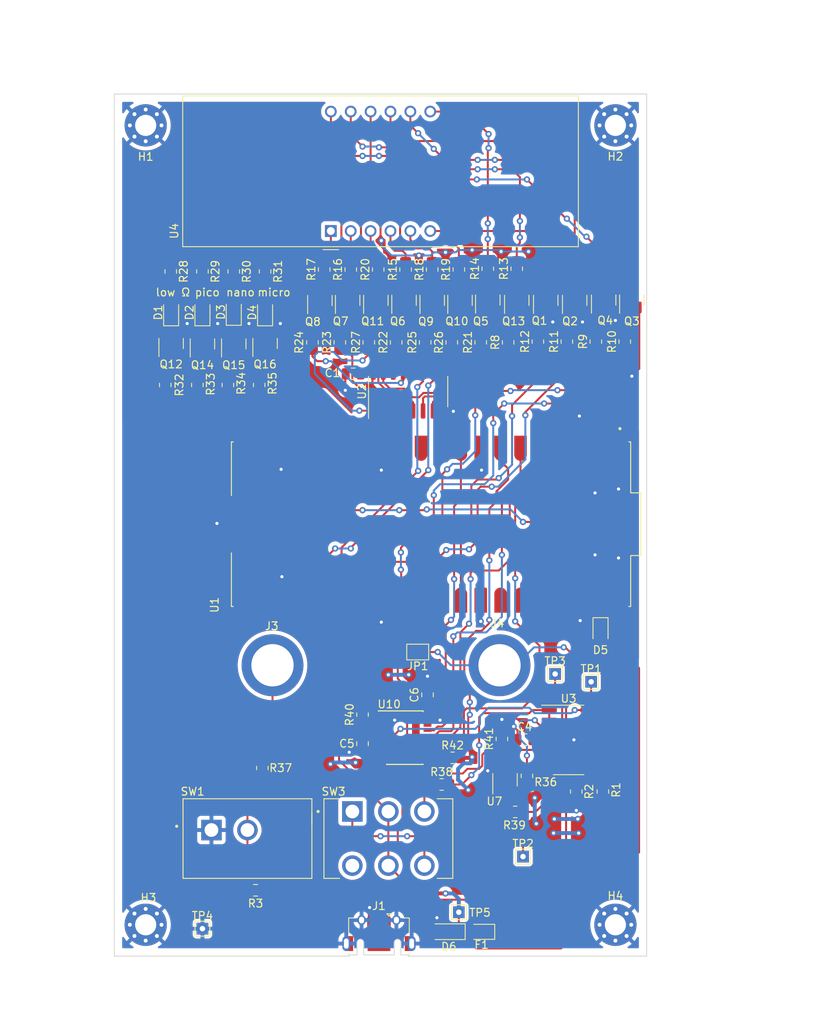
<source format=kicad_pcb>
(kicad_pcb (version 20221018) (generator pcbnew)
  (title_block (title "Multimeter Layout"))
  (layers (0 "F.Cu" signal) (31 "B.Cu" signal) (34 "B.Paste" user) (35 "F.Paste" user) (36 "B.SilkS" user "B.Silkscreen") (37 "F.SilkS" user "F.Silkscreen") (38 "B.Mask" user) (39 "F.Mask" user) (44 "Edge.Cuts" user))
  (net 0 "")
  (net 1 "+5V")
  (net 2 "GND")
  (net 3 "+3.3V")
  (net 4 "Net-(U10-REFIN+)")
  (net 5 "Net-(D1-K)")
  (net 6 "Net-(D1-A)")
  (net 7 "Net-(D2-K)")
  (net 8 "Net-(D2-A)")
  (net 9 "Net-(D3-K)")
  (net 10 "Net-(D3-A)")
  (net 11 "Net-(D4-K)")
  (net 12 "Net-(D4-A)")
  (net 13 "Net-(D5-K)")
  (net 14 "Net-(J4-Pin_1)")
  (net 15 "Net-(U3D-+)")
  (net 16 "Net-(J1-VBUS)")
  (net 20 "Net-(J3-Pin_1)")
  (net 21 "Net-(Q1-G)")
  (net 22 "Net-(Q1-D)")
  (net 23 "Net-(Q2-G)")
  (net 24 "Net-(Q2-D)")
  (net 25 "Net-(Q3-G)")
  (net 26 "Net-(Q3-D)")
  (net 27 "Net-(Q4-G)")
  (net 28 "Net-(Q4-D)")
  (net 29 "Net-(Q5-G)")
  (net 30 "Net-(Q5-D)")
  (net 31 "Net-(Q6-G)")
  (net 32 "Net-(Q6-D)")
  (net 33 "Net-(Q7-G)")
  (net 34 "Net-(Q7-D)")
  (net 35 "Net-(Q8-G)")
  (net 36 "Net-(Q8-D)")
  (net 37 "Net-(Q9-G)")
  (net 38 "Net-(Q9-D)")
  (net 39 "Net-(Q10-G)")
  (net 40 "Net-(Q10-D)")
  (net 41 "Net-(Q11-G)")
  (net 42 "Net-(Q11-D)")
  (net 43 "Net-(Q12-G)")
  (net 44 "Net-(Q13-G)")
  (net 45 "Net-(Q13-D)")
  (net 46 "Net-(Q14-G)")
  (net 47 "Net-(Q15-G)")
  (net 48 "Net-(Q16-G)")
  (net 49 "Net-(U3C-+)")
  (net 50 "Net-(U2-D0)")
  (net 51 "/Display/digit1")
  (net 52 "/Display/digit2")
  (net 53 "/Display/digit3")
  (net 54 "/Display/digit4")
  (net 55 "Net-(JP1-B)")
  (net 56 "Net-(U4-a)")
  (net 57 "Net-(U4-b)")
  (net 58 "Net-(U4-c)")
  (net 59 "Net-(U4-d)")
  (net 60 "Net-(U4-e)")
  (net 61 "Net-(U4-f)")
  (net 62 "Net-(U4-g)")
  (net 63 "Net-(U2-D1)")
  (net 64 "Net-(U2-D2)")
  (net 65 "Net-(U2-D3)")
  (net 66 "Net-(U2-D4)")
  (net 67 "Net-(U2-D5)")
  (net 68 "Net-(U2-D6)")
  (net 69 "Net-(U2-D7)")
  (net 70 "/Display/low_ohm")
  (net 71 "/Display/pico")
  (net 72 "/Display/nano")
  (net 73 "/Display/micro")
  (net 74 "Net-(U3A-+)")
  (net 75 "Net-(U3A--)")
  (net 76 "Net-(R38-Pad2)")
  (net 77 "Net-(R39-Pad1)")
  (net 78 "Net-(U3B-+)")
  (net 79 "/Analog Front End/CS")
  (net 81 "Net-(U10-CH0)")
  (net 83 "Net-(SW1-B)")
  (net 84 "/Analog Front End/SCK")
  (net 85 "/Analog Front End/SDI")
  (net 86 "/Analog Front End/SDO")
  (net 87 "/Analog Front End/MDAT")
  (net 96 "/Display/CLK")
  (net 97 "/Display/SD")
  (net 115 "Net-(U3C--)")
  (net 117 "Net-(U4-DPX)")
  (footprint "Package_TO_SOT_SMD:SOT-23" (layer "F.Cu") (at 170.5 61.2875 90)
    (fp_text reference "Q4")
    (fp_text value "2N7002")
  )
  (footprint "Resistor_SMD:R_0805_2012Metric_Pad1.20x1.40mm_HandSolder" (layer "F.Cu") (at 160.7 122 90)
    (fp_text reference "R36")
    (fp_text value "1.62k")
  )
  (footprint "Package_SO:SOIC-14_3.9x8.7mm_P1.27mm" (layer "F.Cu") (at 166.025 117.4175)
    (fp_text reference "U3")
    (fp_text value "OPA4388IDR")
  )
  (footprint "TestPoint:TestPoint_THTPad_1.5x1.5mm_Drill0.7mm" (layer "F.Cu") (at 152 139.4)
    (fp_text reference "TP5")
    (fp_text value "4952")
  )
  (footprint "Diode_SMD:D_0805_2012Metric" (layer "F.Cu") (at 154.9 141.9 180)
    (fp_text reference "F1")
    (fp_text value "2A")
  )
  (footprint "Resistor_SMD:R_0805_2012Metric_Pad1.20x1.40mm_HandSolder" (layer "F.Cu") (at 145.2 57.3875 90)
    (fp_text reference "R15")
    (fp_text value "649")
  )
  (footprint "Diode_SMD:D_0805_2012Metric" (layer "F.Cu") (at 170.1 103.5 -90)
    (fp_text reference "D5")
    (fp_text value "B140-13-F")
  )
  (footprint "Package_TO_SOT_SMD:SOT-23" (layer "F.Cu") (at 137.8 61.325 90)
    (fp_text reference "Q7")
    (fp_text value "BSS84")
  )
  (footprint "Package_TO_SOT_SMD:SOT-23" (layer "F.Cu") (at 134.25 61.35 90)
    (fp_text reference "Q8")
    (fp_text value "BSS84")
  )
  (footprint "LED_SMD:LED_0805_2012Metric" (layer "F.Cu") (at 123.25 62.825 90)
    (fp_text reference "D3")
    (fp_text value "LTST-C170KRKT")
  )
  (footprint "Multimeter:KEYSTONE_575-4" (layer "F.Cu") (at 157.2 107.8875)
    (fp_text reference "J4")
    (fp_text value "Black Banana Plug")
  )
  (footprint "Resistor_SMD:R_0805_2012Metric_Pad1.20x1.40mm_HandSolder" (layer "F.Cu") (at 133.3 66.6875 90)
    (fp_text reference "R24")
    (fp_text value "1k")
  )
  (footprint "Package_TO_SOT_SMD:SOT-23" (layer "F.Cu") (at 155.7 61.2875 90)
    (fp_text reference "Q5")
    (fp_text value "BSS84")
  )
  (footprint "Resistor_SMD:R_0805_2012Metric_Pad1.20x1.40mm_HandSolder" (layer "F.Cu") (at 159.2 126.6)
    (fp_text reference "R39")
    (fp_text value "10k+/-0.1%")
  )
  (footprint "Resistor_SMD:R_0805_2012Metric_Pad1.20x1.40mm_HandSolder" (layer "F.Cu") (at 134.8 57.3875 90)
    (fp_text reference "R17")
    (fp_text value "649")
  )
  (footprint "Multimeter:MODULE_SC0915" (layer "F.Cu") (at 148.45 89.8875 -90)
    (fp_text reference "U1")
    (fp_text value "SC0915")
  )
  (footprint "Resistor_SMD:R_0805_2012Metric_Pad1.20x1.40mm_HandSolder" (layer "F.Cu") (at 167 124 -90)
    (fp_text reference "R2")
    (fp_text value "10k")
  )
  (footprint "Resistor_SMD:R_0805_2012Metric_Pad1.20x1.40mm_HandSolder" (layer "F.Cu") (at 149.8 123.1 180)
    (fp_text reference "R38")
    (fp_text value "1.5M+/-0.1%")
  )
  (footprint "MountingHole:MountingHole_2.7mm_Pad_Via" (layer "F.Cu") (at 172 141)
    (fp_text reference "H4")
    (fp_text value "M3")
  )
  (footprint "Capacitor_SMD:C_0805_2012Metric" (layer "F.Cu") (at 139.7 117.8875 -90)
    (fp_text reference "C5")
    (fp_text value "0.1uF")
  )
  (footprint "TestPoint:TestPoint_THTPad_1.5x1.5mm_Drill0.7mm" (layer "F.Cu") (at 168.9 110)
    (fp_text reference "TP1")
    (fp_text value "4952")
  )
  (footprint "MountingHole:MountingHole_2.7mm_Pad_Via" (layer "F.Cu") (at 112 141)
    (fp_text reference "H3")
    (fp_text value "M3")
  )
  (footprint "Resistor_SMD:R_0805_2012Metric_Pad1.20x1.40mm_HandSolder" (layer "F.Cu") (at 140.5 66.6875 90)
    (fp_text reference "R27")
    (fp_text value "1k")
  )
  (footprint "Resistor_SMD:R_0805_2012Metric_Pad1.20x1.40mm_HandSolder" (layer "F.Cu") (at 170.4 124 90)
    (fp_text reference "R1")
    (fp_text value "10k")
  )
  (footprint "Connector_USB:USB_Micro-AB_Molex_47590-0001" (layer "F.Cu") (at 141.8 143.4)
    (fp_text reference "J1")
    (fp_text value "USB_B_Micro")
    (fp_line (start -3.75 1.45) (end -2.8 1.45) (stroke (width 0.1)) (layer "Edge.Cuts"))
    (fp_line (start -2.8 -0.125) (end -2.8 1.45) (stroke (width 0.1)) (layer "Edge.Cuts"))
    (fp_line (start -1.95 -0.125) (end -1.95 1.45) (stroke (width 0.1)) (layer "Edge.Cuts"))
    (fp_line (start -1.95 1.45) (end 1.95 1.45) (stroke (width 0.1)) (layer "Edge.Cuts"))
    (fp_line (start 1.95 -0.125) (end 1.95 1.45) (stroke (width 0.1)) (layer "Edge.Cuts"))
    (fp_line (start 2.8 -0.125) (end 2.8 1.45) (stroke (width 0.1)) (layer "Edge.Cuts"))
    (fp_line (start 2.8 1.45) (end 3.75 1.45) (stroke (width 0.1)) (layer "Edge.Cuts"))
    (fp_arc (start -2.8 -0.125) (mid -2.375 -0.55) (end -1.95 -0.125) (stroke (width 0.1)) (layer "Edge.Cuts"))
    (fp_arc (start 1.95 -0.125) (mid 2.375 -0.55) (end 2.8 -0.125) (stroke (width 0.1)) (layer "Edge.Cuts"))
  )
  (footprint "Package_TO_SOT_SMD:SOT-23" (layer "F.Cu") (at 152.15 61.325 90)
    (fp_text reference "Q10")
    (fp_text value "BSS84")
  )
  (footprint "Resistor_SMD:R_0805_2012Metric_Pad1.20x1.40mm_HandSolder" (layer "F.Cu") (at 157.5 117.2875 90)
    (fp_text reference "R41")
    (fp_text value "10k+/-0.1%")
  )
  (footprint "Resistor_SMD:R_0805_2012Metric_Pad1.20x1.40mm_HandSolder" (layer "F.Cu") (at 162.1 66.5875 90)
    (fp_text reference "R12")
    (fp_text value "1k")
  )
  (footprint "Resistor_SMD:R_0805_2012Metric_Pad1.20x1.40mm_HandSolder" (layer "F.Cu") (at 148.6 57.3875 90)
    (fp_text reference "R18")
    (fp_text value "649")
  )
  (footprint "Resistor_SMD:R_0805_2012Metric_Pad1.20x1.40mm_HandSolder" (layer "F.Cu") (at 144 66.6875 90)
    (fp_text reference "R22")
    (fp_text value "1k")
  )
  (footprint "Resistor_SMD:R_0805_2012Metric_Pad1.20x1.40mm_HandSolder" (layer "F.Cu") (at 151.2 119.7 180)
    (fp_text reference "R42")
    (fp_text value "10k")
  )
  (footprint "LED_SMD:LED_0805_2012Metric" (layer "F.Cu") (at 119.25 62.8875 90)
    (fp_text reference "D2")
    (fp_text value "LTST-C170KRKT")
  )
  (footprint "Jumper:SolderJumper-2_P1.3mm_Open_Pad1.0x1.5mm" (layer "F.Cu") (at 146.75 106.2 180)
    (fp_text reference "JP1")
    (fp_text value "~")
  )
  (footprint "Resistor_SMD:R_0805_2012Metric_Pad1.20x1.40mm_HandSolder" (layer "F.Cu") (at 141.7 57.3875 90)
    (fp_text reference "R20")
    (fp_text value "649")
  )
  (footprint "Package_SO:SOIC-16_3.9x9.9mm_P1.27mm" (layer "F.Cu") (at 145.525 72.9625 90)
    (fp_text reference "U2")
    (fp_text value "4021")
  )
  (footprint "Package_TO_SOT_SMD:SOT-23" (layer "F.Cu") (at 115.25 66.825 90)
    (fp_text reference "Q12")
    (fp_text value "2N7002")
  )
  (footprint "Package_TO_SOT_SMD:SOT-23" (layer "F.Cu") (at 174.1 61.2875 90)
    (fp_text reference "Q3")
    (fp_text value "2N7002")
  )
  (footprint "Package_TO_SOT_SMD:SOT-23" (layer "F.Cu") (at 145 61.325 90)
    (fp_text reference "Q6")
    (fp_text value "BSS84")
  )
  (footprint "Package_TO_SOT_SMD:SOT-23" (layer "F.Cu") (at 141.4 61.325 90)
    (fp_text reference "Q11")
    (fp_text value "BSS84")
  )
  (footprint "TestPoint:TestPoint_THTPad_1.5x1.5mm_Drill0.7mm" (layer "F.Cu") (at 160.2 132.3)
    (fp_text reference "TP2")
    (fp_text value "4952")
  )
  (footprint "TestPoint:TestPoint_THTPad_1.5x1.5mm_Drill0.7mm" (layer "F.Cu") (at 164.3 109)
    (fp_text reference "TP3")
    (fp_text value "4952")
  )
  (footprint "Resistor_SMD:R_0805_2012Metric_Pad1.20x1.40mm_HandSolder" (layer "F.Cu") (at 115.2 57.6375 -90)
    (fp_text reference "R28")
    (fp_text value "649")
  )
  (footprint "Package_TO_SOT_SMD:SOT-23" (layer "F.Cu") (at 119.25 66.8875 90)
    (fp_text reference "Q14")
    (fp_text value "2N7002")
  )
  (footprint "MountingHole:MountingHole_2.7mm_Pad_Via" (layer "F.Cu") (at 112 39)
    (fp_text reference "H1")
    (fp_text value "M3")
  )
  (footprint "Resistor_SMD:R_0805_2012Metric_Pad1.20x1.40mm_HandSolder" (layer "F.Cu") (at 154.8 66.6875 90)
    (fp_text reference "R21")
    (fp_text value "1k")
  )
  (footprint "Resistor_SMD:R_0805_2012Metric_Pad1.20x1.40mm_HandSolder" (layer "F.Cu") (at 122.5 72.125 90)
    (fp_text reference "R34")
    (fp_text value "1k")
  )
  (footprint "Resistor_SMD:R_0805_2012Metric_Pad1.20x1.40mm_HandSolder" (layer "F.Cu") (at 123.25 57.6375 -90)
    (fp_text reference "R30")
    (fp_text value "649")
  )
  (footprint "Resistor_SMD:R_0805_2012Metric_Pad1.20x1.40mm_HandSolder" (layer "F.Cu") (at 173.2 66.5875 90)
    (fp_text reference "R10")
    (fp_text value "1k")
  )
  (footprint "Package_TO_SOT_SMD:SOT-23" (layer "F.Cu") (at 123.25 66.8875 90)
    (fp_text reference "Q15")
    (fp_text value "2N7002")
  )
  (footprint "Package_TO_SOT_SMD:SOT-23" (layer "F.Cu") (at 127.25 66.825 90)
    (fp_text reference "Q16")
    (fp_text value "2N7002")
  )
  (footprint "Resistor_SMD:R_0805_2012Metric_Pad1.20x1.40mm_HandSolder" (layer "F.Cu") (at 127.25 57.6375 -90)
    (fp_text reference "R31")
    (fp_text value "649")
  )
  (footprint "Resistor_SMD:R_0805_2012Metric_Pad1.20x1.40mm_HandSolder" (layer "F.Cu") (at 119.25 57.6375 -90)
    (fp_text reference "R29")
    (fp_text value "649")
  )
  (footprint "Resistor_SMD:R_0805_2012Metric_Pad1.20x1.40mm_HandSolder" (layer "F.Cu") (at 118.6 72.125 90)
    (fp_text reference "R33")
    (fp_text value "1k")
  )
  (footprint "TestPoint:TestPoint_THTPad_1.5x1.5mm_Drill0.7mm" (layer "F.Cu") (at 119.25 141.5)
    (fp_text reference "TP4")
    (fp_text value "4952")
  )
  (footprint "Package_TO_SOT_SMD:SOT-23" (layer "F.Cu") (at 159.4 61.325 90)
    (fp_text reference "Q13")
    (fp_text value "BSS84")
  )
  (footprint "Resistor_SMD:R_0805_2012Metric_Pad1.20x1.40mm_HandSolder" (layer "F.Cu") (at 158.3 66.6875 90)
    (fp_text reference "R8")
    (fp_text value "1k")
  )
  (footprint "Resistor_SMD:R_0805_2012Metric_Pad1.20x1.40mm_HandSolder" (layer "F.Cu") (at 138.2 57.3875 90)
    (fp_text reference "R16")
    (fp_text value "649")
  )
  (footprint "Resistor_SMD:R_0805_2012Metric_Pad1.20x1.40mm_HandSolder" (layer "F.Cu") (at 151.1 66.6875 90)
    (fp_text reference "R26")
    (fp_text value "1k")
  )
  (footprint "Diode_SMD:D_SOD-123F" (layer "F.Cu") (at 150.6 141.8875 180)
    (fp_text reference "D6")
    (fp_text value "SMF6.0A")
  )
  (footprint "Resistor_SMD:R_0805_2012Metric_Pad1.20x1.40mm_HandSolder" (layer "F.Cu") (at 155.7 57.2875 90)
    (fp_text reference "R14")
    (fp_text value "649")
  )
  (footprint "Resistor_SMD:R_0805_2012Metric_Pad1.20x1.40mm_HandSolder" (layer "F.Cu") (at 159.4 57.2875 90)
    (fp_text reference "R13")
    (fp_text value "649")
  )
  (footprint "Resistor_SMD:R_0805_2012Metric_Pad1.20x1.40mm_HandSolder" (layer "F.Cu") (at 165.8 66.5875 90)
    (fp_text reference "R11")
    (fp_text value "1k")
  )
  (footprint "LED_SMD:LED_0805_2012Metric" (layer "F.Cu") (at 115.25 62.8875 90)
    (fp_text reference "D1")
    (fp_text value "LTST-C170KRKT")
  )
  (footprint "Multimeter:SW_GF-123-0054" (layer "F.Cu") (at 125 130)
    (fp_text reference "SW1")
    (fp_text value "GF-123-0054")
  )
  (footprint "MountingHole:MountingHole_2.7mm_Pad_Via" (layer "F.Cu") (at 172 39)
    (fp_text reference "H2")
    (fp_text value "M3")
  )
  (footprint "Resistor_SMD:R_0805_2012Metric_Pad1.20x1.40mm_HandSolder" (layer "F.Cu") (at 152 57.3875 90)
    (fp_text reference "R19")
    (fp_text value "649")
  )
  (footprint "Capacitor_SMD:C_0805_2012Metric" (layer "F.Cu") (at 160.45 117.3775 180)
    (fp_text reference "C4")
    (fp_text value "0.1uF")
  )
  (footprint "Package_TO_SOT_SMD:SOT-23" (layer "F.Cu") (at 166.8 61.325 90)
    (fp_text reference "Q2")
    (fp_text value "2N7002")
  )
  (footprint "Multimeter:KEYSTONE_575-4" (layer "F.Cu") (at 128.2 107.8875)
    (fp_text reference "J3")
    (fp_text value "Red  Banana Plug")
  )
  (footprint "Package_TO_SOT_SMD:SOT-23" (layer "F.Cu") (at 163.1 61.325 90)
    (fp_text reference "Q1")
    (fp_text value "2N7002")
  )
  (footprint "Capacitor_SMD:C_0805_2012Metric" (layer "F.Cu") (at 148 111.6625 90)
    (fp_text reference "C6")
    (fp_text value "0.1uF")
  )
  (footprint "Package_TO_SOT_SMD:SOT-23" (layer "F.Cu") (at 148.6 61.325 90)
    (fp_text reference "Q9")
    (fp_text value "BSS84")
  )
  (footprint "LED_SMD:LED_0805_2012Metric" (layer "F.Cu") (at 127.25 62.8875 90)
    (fp_text reference "D4")
    (fp_text value "LTST-C170KRKT")
  )
  (footprint "Capacitor_SMD:C_0805_2012Metric" (layer "F.Cu") (at 138.5 70.7 180)
    (fp_text reference "C1")
    (fp_text value "0.1uF")
  )
  (footprint "Resistor_SMD:R_0805_2012Metric_Pad1.20x1.40mm_HandSolder" (layer "F.Cu") (at 126.5 72.125 90)
    (fp_text reference "R35")
    (fp_text value "1k")
  )
  (footprint "Resistor_SMD:R_0805_2012Metric_Pad1.20x1.40mm_HandSolder" (layer "F.Cu") (at 139.7 114.1875 90)
    (fp_text reference "R40")
    (fp_text value "10k+/-0.1%")
  )
  (footprint "Resistor_SMD:R_0805_2012Metric_Pad1.20x1.40mm_HandSolder" (layer "F.Cu") (at 147.7 66.6875 90)
    (fp_text reference "R25")
    (fp_text value "1k")
  )
  (footprint "Package_TO_SOT_SMD:SOT-23-5" (layer "F.Cu") (at 157.9 122.5 90)
    (fp_text reference "U7")
    (fp_text value "LM4030-2.5")
  )
  (footprint "Capacitor_SMD:C_0805_2012Metric_Pad1.18x1.45mm_HandSolder" (layer "F.Cu") (at 126.0375 136.6 180)
    (fp_text reference "R3")
    (fp_text value "10k")
  )
  (footprint "Package_SO:SSOP-20_4.4x6.5mm_P0.65mm" (layer "F.Cu") (at 145.1 117.1625)
    (fp_text reference "U10")
    (fp_text value "MCP3561")
  )
  (footprint "Resistor_SMD:R_0805_2012Metric_Pad1.20x1.40mm_HandSolder" (layer "F.Cu") (at 169.5 66.5875 90)
    (fp_text reference "R9")
    (fp_text value "1k")
  )
  (footprint "Resistor_SMD:R_0805_2012Metric_Pad1.20x1.40mm_HandSolder" (layer "F.Cu") (at 114.5 72.125 90)
    (fp_text reference "R32")
    (fp_text value "1k")
  )
  (footprint "Resistor_SMD:R_0805_2012Metric_Pad1.20x1.40mm_HandSolder" (layer "F.Cu") (at 136.8 66.6875 90)
    (fp_text reference "R23")
    (fp_text value "1k")
  )
  (footprint "Resistor_SMD:R_0805_2012Metric_Pad1.20x1.40mm_HandSolder" (layer "F.Cu") (at 126.9 121 -90)
    (fp_text reference "R37")
    (fp_text value "500k+/-0.1%")
  )
  (footprint "Display_7Segment:CA56-12SURKWA" (layer "F.Cu") (at 135.65 52.4775 90)
    (fp_text reference "U4")
    (fp_text value "CC56-12SURKWA")
  )
  (footprint "Multimeter:SW_GF-126-0159" (layer "F.Cu") (at 143 130)
    (fp_text reference "SW3")
    (fp_text value "GF-126-0159")
  )
  (gr_line (start 138.05 144.85) (end 138.05 145) (stroke (width 0.1)) (layer "Edge.Cuts"))
  (gr_line (start 108 145) (end 138.05 145) (stroke (width 0.1)) (layer "Edge.Cuts"))
  (gr_line (start 108 35) (end 108 145) (stroke (width 0.1)) (layer "Edge.Cuts"))
  (gr_line (start 176 35) (end 176 145) (stroke (width 0.1)) (layer "Edge.Cuts"))
  (gr_line (start 145.55 145) (end 176 145) (stroke (width 0.1)) (layer "Edge.Cuts"))
  (gr_line (start 108 35) (end 176 35) (stroke (width 0.1)) (layer "Edge.Cuts"))
  (gr_line (start 145.55 144.85) (end 145.55 145) (stroke (width 0.1)) (layer "Edge.Cuts"))
  (gr_text "micro" (at 126.2 60.8875) (layer "F.SilkS") (effects (font (size 1 1)) (justify left bottom)))
  (gr_text "low Ω" (at 113.2 60.8875) (layer "F.SilkS") (effects (font (size 1 1)) (justify left bottom)))
  (gr_text "pico" (at 118.2 60.8875) (layer "F.SilkS") (effects (font (size 1 1)) (justify left bottom)))
  (gr_text "nano" (at 122.2 60.8875) (layer "F.SilkS") (effects (font (size 1 1)) (justify left bottom)))
  (segment (start 153.95 141.8875) (end 153.9625 141.9) (width 0.25) (layer "F.Cu") (net 1))
  (segment (start 152 141.8875) (end 153.95 141.8875) (width 0.25) (layer "F.Cu") (net 1))
  (segment (start 141.08 68.87) (end 142.1 67.85) (width 0.25) (layer "F.Cu") (net 1))
  (segment (start 137.85 137.95) (end 137.5 138.3) (width 0.5) (layer "F.Cu") (net 1))
  (segment (start 120.3 138.3) (end 110.7 128.7) (width 0.5) (layer "F.Cu") (net 1))
  (segment (start 173.2 106.6) (end 170.4 106.6) (width 0.5) (layer "F.Cu") (net 1))
  (segment (start 137.5 138.3) (end 120.3 138.3) (width 0.5) (layer "F.Cu") (net 1))
  (segment (start 154.3 143.9) (end 153.9625 143.5625) (width 0.5) (layer "F.Cu") (net 1))
  (segment (start 153.9625 143.5625) (end 153.9625 141.9) (width 0.5) (layer "F.Cu") (net 1))
  (segment (start 167.7 135.5) (end 169.6 133.6) (width 0.5) (layer "F.Cu") (net 1))
  (segment (start 170.4 106.6) (end 170.1 106.3) (width 0.5) (layer "F.Cu") (net 1))
  (segment (start 165 143.9) (end 167.7 141.2) (width 0.5) (layer "F.Cu") (net 1))
  (segment (start 143.5 137) (end 142.55 137.95) (width 0.5) (layer "F.Cu") (net 1))
  (segment (start 142.55 137.95) (end 137.85 137.95) (width 0.5) (layer "F.Cu") (net 1))
  (segment (start 157.4 143.9) (end 154.3 143.9) (width 0.5) (layer "F.Cu") (net 1))
  (segment (start 170.1 106.3) (end 170.1 104.4375) (width 0.5) (layer "F.Cu") (net 1))
  (segment (start 152 139.4) (end 152 141.8875) (width 0.25) (layer "F.Cu") (net 1))
  (segment (start 173 133.6) (end 174.9 131.7) (width 0.5) (layer "F.Cu") (net 1))
  (segment (start 110.7 128.7) (end 110.7 74.4) (width 0.5) (layer "F.Cu") (net 1))
  (segment (start 174.9 131.7) (end 174.9 108.3) (width 0.5) (layer "F.Cu") (net 1))
  (segment (start 169.6 133.6) (end 173 133.6) (width 0.5) (layer "F.Cu") (net 1))
  (segment (start 167.7 141.2) (end 167.7 135.5) (width 0.5) (layer "F.Cu") (net 1))
  (segment (start 141.08 70.4875) (end 141.08 68.87) (width 0.25) (layer "F.Cu") (net 1))
  (segment (start 142 53.6) (end 142.1 53.7) (width 0.25) (layer "F.Cu") (net 1))
  (segment (start 139.5 51.7) (end 139.5 53.2) (width 0.25) (layer "F.Cu") (net 1))
  (segment (start 142.1 67.85) (end 142.1 67.35) (width 0.25) (layer "F.Cu") (net 1))
  (segment (start 174.9 108.3) (end 173.2 106.6) (width 0.5) (layer "F.Cu") (net 1))
  (segment (start 142 53.6) (end 142 51.9) (width 0.25) (layer "F.Cu") (net 1))
  (segment (start 157.4 143.9) (end 165 143.9) (width 0.5) (layer "F.Cu") (net 1))
  (segment (start 137 51.6) (end 137 53.4) (width 0.25) (layer "F.Cu") (net 1))
  (segment (start 150.3 137) (end 143.5 137) (width 0.5) (layer "F.Cu") (net 1))
  (via (at 150.3 55.2) (size 0.8) (drill 0.4) (layers "F.Cu" "B.Cu") (net 1))
  (via (at 142.1 53.7) (size 0.8) (drill 0.4) (layers "F.Cu" "B.Cu") (net 1))
  (via (at 160.9 55.1) (size 0.8) (drill 0.4) (layers "F.Cu" "B.Cu") (net 1))
  (via (at 157.4 55.1) (size 0.8) (drill 0.4) (layers "F.Cu" "B.Cu") (net 1))
  (via (at 146.9 55.6) (size 0.8) (drill 0.4) (layers "F.Cu" "B.Cu") (net 1))
  (via (at 150.3 137) (size 0.8) (drill 0.4) (layers "F.Cu" "B.Cu") (net 1))
  (via (at 153.7 54.9) (size 0.8) (drill 0.4) (layers "F.Cu" "B.Cu") (net 1))
  (segment (start 151.9 54.9) (end 153.7 54.9) (width 0.25) (layer "B.Cu") (net 1))
  (segment (start 146.9 55.6) (end 148.4 55.6) (width 0.25) (layer "B.Cu") (net 1))
  (segment (start 142.1 53.7) (end 142.1 54.3) (width 0.25) (layer "B.Cu") (net 1))
  (segment (start 150.3 55.2) (end 151.6 55.2) (width 0.25) (layer "B.Cu") (net 1))
  (segment (start 142.1 54.3) (end 143.4 55.6) (width 0.25) (layer "B.Cu") (net 1))
  (segment (start 151.6 55.2) (end 151.9 54.9) (width 0.25) (layer "B.Cu") (net 1))
  (segment (start 150.3 137) (end 151.3 137) (width 0.5) (layer "B.Cu") (net 1))
  (segment (start 143.4 55.6) (end 146.9 55.6) (width 0.25) (layer "B.Cu") (net 1))
  (segment (start 148.8 55.2) (end 150.3 55.2) (width 0.25) (layer "B.Cu") (net 1))
  (segment (start 153.7 54.9) (end 157.2 54.9) (width 0.25) (layer "B.Cu") (net 1))
  (segment (start 148.4 55.6) (end 148.8 55.2) (width 0.25) (layer "B.Cu") (net 1))
  (segment (start 151.3 137) (end 152 137.7) (width 0.5) (layer "B.Cu") (net 1))
  (segment (start 152 137.7) (end 152 139.4) (width 0.5) (layer "B.Cu") (net 1))
  (segment (start 157.2 54.9) (end 157.4 55.1) (width 0.25) (layer "B.Cu") (net 1))
  (segment (start 157.4 55.1) (end 160.9 55.1) (width 0.25) (layer "B.Cu") (net 1))
  (segment (start 171.45 63.3375) (end 172 63.8875) (width 0.25) (layer "F.Cu") (net 2))
  (segment (start 157.5 116.2875) (end 157.5 114.8) (width 0.25) (layer "F.Cu") (net 2))
  (segment (start 175.05 70.05) (end 174.1 71) (width 0.25) (layer "F.Cu") (net 2))
  (segment (start 166.7 117.4) (end 167.065 117.4) (width 0.25) (layer "F.Cu") (net 2))
  (segment (start 172.45 85.45) (end 172.4 85.4) (width 0.25) (layer "F.Cu") (net 2))
  (segment (start 167.065 117.4) (end 167.0825 117.4175) (width 0.25) (layer "F.Cu") (net 2))
  (segment (start 120.2 67.825) (end 120.2 65.2875) (width 0.25) (layer "F.Cu") (net 2))
  (segment (start 142.2 114.8875) (end 143.8 114.8875) (width 0.25) (layer "F.Cu") (net 2))
  (segment (start 128.2 67.7625) (end 128.2 65.2875) (width 0.25) (layer "F.Cu") (net 2))
  (segment (start 124.2 65.2875) (end 125.2 64.2875) (width 0.25) (layer "F.Cu") (net 2))
  (segment (start 148 110.7125) (end 148 109.2875) (width 0.25) (layer "F.Cu") (net 2))
  (segment (start 137.5 72.8) (end 137.5 70.75) (width 0.25) (layer "F.Cu") (net 2))
  (segment (start 171.45 62.225) (end 171.45 63.3375) (width 0.25) (layer "F.Cu") (net 2))
  (segment (start 148 114.8875) (end 149.6 114.8875) (width 0.25) (layer "F.Cu") (net 2))
  (segment (start 167 125) (end 167 126.4125) (width 0.25) (layer "F.Cu") (net 2))
  (segment (start 149.97 75.4375) (end 151.25 75.4375) (width 0.25) (layer "F.Cu") (net 2))
  (segment (start 142.1 80.1975) (end 142.1 82.9875) (width 0.25) (layer "F.Cu") (net 2))
  (segment (start 151.25 75.4375) (end 151.3 75.4875) (width 0.25) (layer "F.Cu") (net 2))
  (segment (start 155.7 121.35) (end 156.9375 121.35) (width 0.25) (layer "F.Cu") (net 2))
  (segment (start 129.4 99.5775) (end 129.4 96.5875) (width 0.25) (layer "F.Cu") (net 2))
  (segment (start 172.45 94.15) (end 172.4 94.2) (width 0.25) (layer "F.Cu") (net 2))
  (segment (start 156.9375 121.35) (end 156.95 121.3625) (width 0.25) (layer "F.Cu") (net 2))
  (segment (start 141.8 143.55) (end 141.8 142.1) (width 0.25) (layer "F.Cu") (net 2))
  (segment (start 167.75 62.2625) (end 167.75 64.0375) (width 0.25) (layer "F.Cu") (net 2))
  (segment (start 140.7 142) (end 140.5 141.8) (width 0.25) (layer "F.Cu") (net 2))
  (segment (start 169.42 93.78) (end 169.4 93.8) (width 0.25) (layer "F.Cu") (net 2))
  (segment (start 172.45 87.1625) (end 172.45 85.45) (width 0.25) (layer "F.Cu") (net 2))
  (segment (start 129.4 82.7875) (end 129.3 82.8875) (width 0.25) (layer "F.Cu") (net 2))
  (segment (start 137.5 70.75) (end 137.55 70.7) (width 0.25) (layer "F.Cu") (net 2))
  (segment (start 123.75 89.8875) (end 121.2 89.8875) (width 0.25) (layer "F.Cu") (net 2))
  (segment (start 140.6 138.8) (end 140.5 138.9) (width 0.25) (layer "F.Cu") (net 2))
  (segment (start 169.42 87.4625) (end 169.42 85.92) (width 0.25) (layer "F.Cu") (net 2))
  (segment (start 139.7 118.8375) (end 138.15 118.8375) (width 0.25) (layer "F.Cu") (net 2))
  (segment (start 154.8 82.8875) (end 154.9 82.9875) (width 0.25) (layer "F.Cu") (net 2))
  (segment (start 164.05 64.0375) (end 164 64.0875) (width 0.25) (layer "F.Cu") (net 2))
  (segment (start 154.8 80.1975) (end 154.8 82.8875) (width 0.25) (layer "F.Cu") (net 2))
  (segment (start 138.15 118.8375) (end 138 118.9875) (width 0.25) (layer "F.Cu") (net 2))
  (segment (start 167.5 99.5775) (end 167.5 102.1875) (width 0.25) (layer "F.Cu") (net 2))
  (segment (start 167.75 64.0375) (end 167.8 64.0875) (width 0.25) (layer "F.Cu") (net 2))
  (segment (start 140.5 138.9) (end 140.5 140.875) (width 0.25) (layer "F.Cu") (net 2))
  (segment (start 128.2 65.2875) (end 129.2 64.2875) (width 0.25) (layer "F.Cu") (net 2))
  (segment (start 159.5 116.2) (end 159 115.7) (width 0.25) (layer "F.Cu") (net 2))
  (segment (start 156.9 121.3125) (end 156.95 121.3625) (width 0.25) (layer "F.Cu") (net 2))
  (segment (start 124.2 67.825) (end 124.2 65.2875) (width 0.25) (layer "F.Cu") (net 2))
  (segment (start 154.8 99.5775) (end 154.8 102.2875) (width 0.25) (layer "F.Cu") (net 2))
  (segment (start 159.5 117.3775) (end 159.5 116.2) (width 0.25) (layer "F.Cu") (net 2))
  (segment (start 116.2 65.3875) (end 117.3 64.2875) (width 0.25) (layer "F.Cu") (net 2))
  (segment (start 142.1 99.5775) (end 142.1 102.3875) (width 0.25) (layer "F.Cu") (net 2))
  (segment (start 120.2 65.2875) (end 121.2 64.2875) (width 0.25) (layer "F.Cu") (net 2))
  (segment (start 141.7 142) (end 140.7 142) (width 0.25) (layer "F.Cu") (net 2))
  (segment (start 129.4 80.1975) (end 129.4 82.7875) (width 0.25) (layer "F.Cu") (net 2))
  (segment (start 164.05 62.2625) (end 164.05 64.0375) (width 0.25) (layer "F.Cu") (net 2))
  (segment (start 141.8 142.1) (end 141.7 142) (width 0.25) (layer "F.Cu") (net 2))
  (segment (start 169.42 85.92) (end 169.4 85.9) (width 0.25) (layer "F.Cu") (net 2))
  (segment (start 149.2 141.8875) (end 149.2 140.1) (width 0.25) (layer "F.Cu") (net 2))
  (segment (start 121.2 89.8875) (end 121.1 89.7875) (width 0.25) (layer "F.Cu") (net 2))
  (segment (start 169.42 92.3125) (end 169.42 93.78) (width 0.25) (layer "F.Cu") (net 2))
  (segment (start 175.05 62.225) (end 175.05 70.05) (width 0.25) (layer "F.Cu") (net 2))
  (segment (start 116.2 67.7625) (end 116.2 65.3875) (width 0.25) (layer "F.Cu") (net 2))
  (segment (start 140.5 141.8) (end 140.5 140.875) (width 0.25) (layer "F.Cu") (net 2))
  (segment (start 167.0825 117.4175) (end 168.5 117.4175) (width 0.25) (layer "F.Cu") (net 2))
  (segment (start 167.5 80.1975) (end 167.5 76.1875) (width 0.25) (layer "F.Cu") (net 2))
  (segment (start 172.45 92.6125) (end 172.45 94.15) (width 0.25) (layer "F.Cu") (net 2))
  (segment (start 167.5 76.1875) (end 167.4 76.0875) (width 0.25) (layer "F.Cu") (net 2))
  (via (at 167 126.4125) (size 0.8) (drill 0.4) (layers "F.Cu" "B.Cu") (net 2))
  (via (at 149.2 140.1) (size 0.8) (drill 0.4) (layers "F.Cu" "B.Cu") (net 2))
  (via (at 174.1 71) (size 0.8) (drill 0.4) (layers "F.Cu" "B.Cu") (net 2))
  (via (at 159 115.7) (size 0.8) (drill 0.4) (layers "F.Cu" "B.Cu") (net 2))
  (via (at 166.7 117.4) (size 0.8) (drill 0.4) (layers "F.Cu" "B.Cu") (net 2))
  (via (at 138 118.9875) (size 0.8) (drill 0.4) (layers "F.Cu" "B.Cu") (net 2))
  (via (at 121.1 89.7875) (size 0.8) (drill 0.4) (layers "F.Cu" "B.Cu") (net 2))
  (via (at 125.2 64.2875) (size 0.8) (drill 0.4) (layers "F.Cu" "B.Cu") (net 2))
  (via (at 154.8 102.2875) (size 0.8) (drill 0.4) (layers "F.Cu" "B.Cu") (net 2))
  (via (at 167.4 76.0875) (size 0.8) (drill 0.4) (layers "F.Cu" "B.Cu") (net 2))
  (via (at 142.1 82.9875) (size 0.8) (drill 0.4) (layers "F.Cu" "B.Cu") (net 2))
  (via (at 117.3 64.2875) (size 0.8) (drill 0.4) (layers "F.Cu" "B.Cu") (net 2))
  (via (at 140.6 138.8) (size 0.8) (drill 0.4) (layers "F.Cu" "B.Cu") (net 2))
  (via (at 172 63.8875) (size 0.8) (drill 0.4) (layers "F.Cu" "B.Cu") (net 2))
  (via (at 148 109.2875) (size 0.8) (drill 0.4) (layers "F.Cu" "B.Cu") (net 2))
  (via (at 169.4 85.9) (size 0.8) (drill 0.4) (layers "F.Cu" "B.Cu") (net 2))
  (via (at 149.6 114.8875) (size 0.8) (drill 0.4) (layers "F.Cu" "B.Cu") (net 2))
  (via (at 169.4 93.8) (size 0.8) (drill 0.4) (layers "F.Cu" "B.Cu") (net 2))
  (via (at 142.1 102.3875) (size 0.8) (drill 0.4) (layers "F.Cu" "B.Cu") (net 2))
  (via (at 129.3 82.8875) (size 0.8) (drill 0.4) (layers "F.Cu" "B.Cu") (net 2))
  (via (at 167.8 64.0875) (size 0.8) (drill 0.4) (layers "F.Cu" "B.Cu") (net 2))
  (via (at 129.4 96.5875) (size 0.8) (drill 0.4) (layers "F.Cu" "B.Cu") (net 2))
  (via (at 167.5 102.1875) (size 0.8) (drill 0.4) (layers "F.Cu" "B.Cu") (net 2))
  (via (at 172.4 85.4) (size 0.8) (drill 0.4) (layers "F.Cu" "B.Cu") (net 2))
  (via (at 154.9 82.9875) (size 0.8) (drill 0.4) (layers "F.Cu" "B.Cu") (net 2))
  (via (at 164 64.0875) (size 0.8) (drill 0.4) (layers "F.Cu" "B.Cu") (net 2))
  (via (at 143.8 114.8875) (size 0.8) (drill 0.4) (layers "F.Cu" "B.Cu") (net 2))
  (via (at 172.4 94.2) (size 0.8) (drill 0.4) (layers "F.Cu" "B.Cu") (net 2))
  (via (at 157.5 114.8) (size 0.8) (drill 0.4) (layers "F.Cu" "B.Cu") (net 2))
  (via (at 121.2 64.2875) (size 0.8) (drill 0.4) (layers "F.Cu" "B.Cu") (net 2))
  (via (at 137.5 72.8) (size 0.8) (drill 0.4) (layers "F.Cu" "B.Cu") (net 2))
  (via (at 155.7 121.35) (size 0.8) (drill 0.4) (layers "F.Cu" "B.Cu") (net 2))
  (via (at 129.2 64.2875) (size 0.8) (drill 0.4) (layers "F.Cu" "B.Cu") (net 2))
  (via (at 151.3 75.4875) (size 0.8) (drill 0.4) (layers "F.Cu" "B.Cu") (net 2))
  (segment (start 164.8 117.2) (end 164.8 116.627208) (width 0.25) (layer "F.Cu") (net 3))
  (segment (start 165.2 116.227208) (end 165.2 110.6) (width 0.25) (layer "F.Cu") (net 3))
  (segment (start 162.42 99.5775) (end 162.42 102.42) (width 0.5) (layer "F.Cu") (net 3))
  (segment (start 164.8 116.627208) (end 165.2 116.227208) (width 0.25) (layer "F.Cu") (net 3))
  (segment (start 164.5825 117.4175) (end 164.8 117.2) (width 0.25) (layer "F.Cu") (net 3))
  (segment (start 162.42 102.42) (end 163 103) (width 0.5) (layer "F.Cu") (net 3))
  (segment (start 163.55 117.4175) (end 164.5825 117.4175) (width 0.25) (layer "F.Cu") (net 3))
  (via (at 145.6 109.1) (size 0.8) (drill 0.4) (layers "F.Cu" "B.Cu") (net 3))
  (via (at 153.2 123.8) (size 0.8) (drill 0.4) (layers "F.Cu" "B.Cu") (net 3))
  (via (at 143 109.1) (size 0.8) (drill 0.4) (layers "F.Cu" "B.Cu") (net 3))
  (via (at 164.2 127.5) (size 0.8) (drill 0.4) (layers "F.Cu" "B.Cu") (net 3))
  (via (at 167.3 129.3) (size 0.8) (drill 0.4) (layers "F.Cu" "B.Cu") (net 3))
  (via (at 161.7 124.8) (size 0.8) (drill 0.4) (layers "F.Cu" "B.Cu") (net 3))
  (via (at 135.6 120.5) (size 0.8) (drill 0.4) (layers "F.Cu" "B.Cu") (net 3))
  (via (at 167.2 127.5) (size 0.8) (drill 0.4) (layers "F.Cu" "B.Cu") (net 3))
  (via (at 138.8 120.3) (size 0.8) (drill 0.4) (layers "F.Cu" "B.Cu") (net 3))
  (via (at 161.9 128.1) (size 0.8) (drill 0.4) (layers "F.Cu" "B.Cu") (net 3))
  (via (at 164.1 129.3) (size 0.8) (drill 0.4) (layers "F.Cu" "B.Cu") (net 3))
  (via (at 153.7 119.6) (size 0.8) (drill 0.4) (layers "F.Cu" "B.Cu") (net 3))
  (segment (start 151.892 122.492) (end 153.2 123.8) (width 0.5) (layer "B.Cu") (net 3))
  (segment (start 151.9 121.1) (end 151.9 122.484) (width 0.5) (layer "B.Cu") (net 3))
  (segment (start 138.8 120.3) (end 135.8 120.3) (width 0.5) (layer "B.Cu") (net 3))
  (segment (start 167.3 129.3) (end 164.1 129.3) (width 0.5) (layer "B.Cu") (net 3))
  (segment (start 153.7 120.2) (end 153.5 120.4) (width 0.5) (layer "B.Cu") (net 3))
  (segment (start 151.9 122.484) (end 151.892 122.492) (width 0.5) (layer "B.Cu") (net 3))
  (segment (start 161.7 127.9) (end 161.9 128.1) (width 0.5) (layer "B.Cu") (net 3))
  (segment (start 153.7 119.6) (end 153.7 120.2) (width 0.5) (layer "B.Cu") (net 3))
  (segment (start 143 109.1) (end 145.6 109.1) (width 0.5) (layer "B.Cu") (net 3))
  (segment (start 161.7 124.8) (end 161.7 127.9) (width 0.5) (layer "B.Cu") (net 3))
  (segment (start 164.2 127.5) (end 167.2 127.5) (width 0.5) (layer "B.Cu") (net 3))
  (segment (start 135.8 120.3) (end 135.6 120.5) (width 0.5) (layer "B.Cu") (net 3))
  (segment (start 152.6 120.4) (end 151.9 121.1) (width 0.5) (layer "B.Cu") (net 3))
  (segment (start 153.5 120.4) (end 152.6 120.4) (width 0.5) (layer "B.Cu") (net 3))
  (segment (start 142.2 116.1875) (end 139.7 116.1875) (width 0.25) (layer "F.Cu") (net 4))
  (segment (start 139.7 116.1875) (end 139.7 116.9375) (width 0.25) (layer "F.Cu") (net 4))
  (segment (start 139.7 115.1875) (end 139.7 116.1875) (width 0.25) (layer "F.Cu") (net 4))
  (segment (start 115.25 63.825) (end 115.25 65.8875) (width 0.25) (layer "F.Cu") (net 5))
  (segment (start 115.2 61.9) (end 115.25 61.95) (width 0.25) (layer "F.Cu") (net 6))
  (segment (start 115.2 58.6375) (end 115.2 61.9) (width 0.25) (layer "F.Cu") (net 6))
  (segment (start 119.25 63.825) (end 119.25 65.95) (width 0.25) (layer "F.Cu") (net 7))
  (segment (start 119.25 58.6375) (end 119.25 61.95) (width 0.25) (layer "F.Cu") (net 8))
  (segment (start 123.25 63.7625) (end 123.25 65.95) (width 0.25) (layer "F.Cu") (net 9))
  (segment (start 123.25 58.6375) (end 123.25 61.8875) (width 0.25) (layer "F.Cu") (net 10))
  (segment (start 127.25 63.825) (end 127.25 65.8875) (width 0.25) (layer "F.Cu") (net 11))
  (segment (start 127.25 58.6375) (end 127.25 61.95) (width 0.25) (layer "F.Cu") (net 12))
  (segment (start 170.1 99.6375) (end 170.04 99.5775) (width 0.25) (layer "F.Cu") (net 13))
  (segment (start 170.1 102.5625) (end 170.1 99.6375) (width 0.25) (layer "F.Cu") (net 13))
  (segment (start 166.5 106.5) (end 166.5 110.5) (width 0.25) (layer "F.Cu") (net 14))
  (segment (start 161.8 126.6) (end 163.55 124.85) (width 0.25) (layer "F.Cu") (net 14))
  (segment (start 165.7 116.363604) (end 165.25 116.813604) (width 0.25) (layer "F.Cu") (net 14))
  (segment (start 165.4 105.6) (end 165.6 105.6) (width 0.25) (layer "F.Cu") (net 14))
  (segment (start 160.2 126.6) (end 160.2 132.3) (width 0.25) (layer "F.Cu") (net 14))
  (segment (start 164.6425 119.9575) (end 163.55 119.9575) (width 0.25) (layer "F.Cu") (net 14))
  (segment (start 163.55 124.85) (end 163.55 121.2275) (width 0.25) (layer "F.Cu") (net 14))
  (segment (start 160.2 126.6) (end 161.8 126.6) (width 0.25) (layer "F.Cu") (net 14))
  (segment (start 163.55 119.9575) (end 163.55 121.2275) (width 0.25) (layer "F.Cu") (net 14))
  (segment (start 165.25 119.35) (end 164.6425 119.9575) (width 0.25) (layer "F.Cu") (net 14))
  (segment (start 165.6 105.6) (end 166.5 106.5) (width 0.25) (layer "F.Cu") (net 14))
  (segment (start 165.7 111.3) (end 165.7 116.363604) (width 0.25) (layer "F.Cu") (net 14))
  (segment (start 165.25 116.813604) (end 165.25 119.35) (width 0.25) (layer "F.Cu") (net 14))
  (segment (start 166.5 110.5) (end 165.7 111.3) (width 0.25) (layer "F.Cu") (net 14))
  (segment (start 147.4 106.2) (end 149.3 106.2) (width 0.25) (layer "F.Cu") (net 14))
  (via (at 149.3 106.2) (size 0.8) (drill 0.4) (layers "F.Cu" "B.Cu") (net 14))
  (via (at 165.4 105.6) (size 0.8) (drill 0.4) (layers "F.Cu" "B.Cu") (net 14))
  (segment (start 159.3125 107.8875) (end 160.9 106.3) (width 0.25) (layer "B.Cu") (net 14))
  (segment (start 149.3 106.2) (end 150.9875 107.8875) (width 0.25) (layer "B.Cu") (net 14))
  (segment (start 161.6 105.6) (end 165.4 105.6) (width 0.25) (layer "B.Cu") (net 14))
  (segment (start 160.9 106.3) (end 161.6 105.6) (width 0.25) (layer "B.Cu") (net 14))
  (segment (start 150.9875 107.8875) (end 157.2 107.8875) (width 0.25) (layer "B.Cu") (net 14))
  (segment (start 157.2 107.8875) (end 159.3125 107.8875) (width 0.25) (layer "B.Cu") (net 14))
  (segment (start 145.045 135.5) (end 143 133.455) (width 0.25) (layer "F.Cu") (net 15))
  (segment (start 163.2 134.3) (end 150.7 134.3) (width 0.25) (layer "F.Cu") (net 15))
  (segment (start 126.9 122) (end 126.9 123.4) (width 0.25) (layer "F.Cu") (net 15))
  (segment (start 150.7 134.3) (end 149.5 135.5) (width 0.25) (layer "F.Cu") (net 15))
  (segment (start 166.5525 116.1475) (end 165.7 117) (width 0.25) (layer "F.Cu") (net 15))
  (segment (start 165.7 117) (end 165.7 131.8) (width 0.25) (layer "F.Cu") (net 15))
  (segment (start 168.5 116.1475) (end 166.5525 116.1475) (width 0.25) (layer "F.Cu") (net 15))
  (segment (start 126.9 123.4) (end 127.5 124) (width 0.25) (layer "F.Cu") (net 15))
  (segment (start 140.455 124) (end 143 126.545) (width 0.25) (layer "F.Cu") (net 15))
  (segment (start 165.7 131.8) (end 163.2 134.3) (width 0.25) (layer "F.Cu") (net 15))
  (segment (start 127.5 124) (end 140.455 124) (width 0.25) (layer "F.Cu") (net 15))
  (segment (start 143 126.545) (end 143 133.455) (width 0.25) (layer "F.Cu") (net 15))
  (segment (start 149.5 135.5) (end 145.045 135.5) (width 0.25) (layer "F.Cu") (net 15))
  (segment (start 155.8375 141.9) (end 155.8375 138.2875) (width 0.25) (layer "F.Cu") (net 16))
  (segment (start 155.8375 138.2875) (end 155.35 137.8) (width 0.25) (layer "F.Cu") (net 16))
  (segment (start 155.35 137.8) (end 144 137.8) (width 0.25) (layer "F.Cu") (net 16))
  (segment (start 143.1 138.7) (end 143.1 140.875) (width 0.25) (layer "F.Cu") (net 16))
  (segment (start 144 137.8) (end 143.1 138.7) (width 0.25) (layer "F.Cu") (net 16))
  (segment (start 147.1 130.8) (end 144.6 130.8) (width 0.25) (layer "F.Cu") (net 20))
  (segment (start 142.2 124.4) (end 141.2 123.4) (width 0.25) (layer "F.Cu") (net 20))
  (segment (start 147.6 131.3) (end 147.1 130.8) (width 0.25) (layer "F.Cu") (net 20))
  (segment (start 128.2 113.7) (end 128.2 107.8875) (width 0.25) (layer "F.Cu") (net 20))
  (segment (start 129.2 120) (end 126.9 120) (width 0.25) (layer "F.Cu") (net 20))
  (segment (start 126.9 120) (end 126.9 115) (width 0.25) (layer "F.Cu") (net 20))
  (segment (start 141.2 123.4) (end 130.3 123.4) (width 0.25) (layer "F.Cu") (net 20))
  (segment (start 129.7 122.8) (end 129.7 120.5) (width 0.25) (layer "F.Cu") (net 20))
  (segment (start 144.2 130.4) (end 144.2 128.6) (width 0.25) (layer "F.Cu") (net 20))
  (segment (start 144.8 124.9) (end 144.3 124.4) (width 0.25) (layer "F.Cu") (net 20))
  (segment (start 144.3 124.4) (end 142.2 124.4) (width 0.25) (layer "F.Cu") (net 20))
  (segment (start 130.3 123.4) (end 129.7 122.8) (width 0.25) (layer "F.Cu") (net 20))
  (segment (start 126.9 115) (end 128.2 113.7) (width 0.25) (layer "F.Cu") (net 20))
  (segment (start 147.6 133.455) (end 147.6 131.3) (width 0.25) (layer "F.Cu") (net 20))
  (segment (start 129.7 120.5) (end 129.2 120) (width 0.25) (layer "F.Cu") (net 20))
  (segment (start 144.8 128) (end 144.8 124.9) (width 0.25) (layer "F.Cu") (net 20))
  (segment (start 144.6 130.8) (end 144.2 130.4) (width 0.25) (layer "F.Cu") (net 20))
  (segment (start 144.2 128.6) (end 144.8 128) (width 0.25) (layer "F.Cu") (net 20))
  (segment (start 162.15 65.5375) (end 162.1 65.5875) (width 0.25) (layer "F.Cu") (net 21))
  (segment (start 162.15 62.2625) (end 162.15 65.5375) (width 0.25) (layer "F.Cu") (net 21))
  (segment (start 161.1775 52.4775) (end 163.1 54.4) (width 0.25) (layer "F.Cu") (net 22))
  (segment (start 163.1 54.4) (end 163.1 60.3875) (width 0.25) (layer "F.Cu") (net 22))
  (segment (start 148.35 52.4775) (end 161.1775 52.4775) (width 0.25) (layer "F.Cu") (net 22))
  (segment (start 165.85 65.5375) (end 165.8 65.5875) (width 0.25) (layer "F.Cu") (net 23))
  (segment (start 165.85 62.2625) (end 165.85 65.5375) (width 0.25) (layer "F.Cu") (net 23))
  (segment (start 163.3 43.4) (end 166.8 46.9) (width 0.25) (layer "F.Cu") (net 24))
  (segment (start 166.8 46.9) (end 166.8 60.3875) (width 0.25) (layer "F.Cu") (net 24))
  (segment (start 145.81 37.2375) (end 145.81 39.01) (width 0.25) (layer "F.Cu") (net 24))
  (segment (start 150.2 43.4) (end 154.4 43.4) (width 0.25) (layer "F.Cu") (net 24))
  (segment (start 145.81 39.01) (end 146.8 40) (width 0.25) (layer "F.Cu") (net 24))
  (segment (start 156.6 43.4) (end 163.3 43.4) (width 0.25) (layer "F.Cu") (net 24))
  (segment (start 148.8 42) (end 150.2 43.4) (width 0.25) (layer "F.Cu") (net 24))
  (via (at 154.4 43.4) (size 0.8) (drill 0.4) (layers "F.Cu" "B.Cu") (net 24))
  (via (at 156.6 43.4) (size 0.8) (drill 0.4) (layers "F.Cu" "B.Cu") (net 24))
  (via (at 148.8 42) (size 0.8) (drill 0.4) (layers "F.Cu" "B.Cu") (net 24))
  (via (at 146.8 40) (size 0.8) (drill 0.4) (layers "F.Cu" "B.Cu") (net 24))
  (segment (start 154.4 43.4) (end 156.6 43.4) (width 0.25) (layer "B.Cu") (net 24))
  (segment (start 146.8 40) (end 148.8 42) (width 0.25) (layer "B.Cu") (net 24))
  (segment (start 173.15 65.5375) (end 173.2 65.5875) (width 0.25) (layer "F.Cu") (net 25))
  (segment (start 173.15 62.225) (end 173.15 65.5375) (width 0.25) (layer "F.Cu") (net 25))
  (segment (start 145.3 41) (end 166.5 41) (width 0.25) (layer "F.Cu") (net 26))
  (segment (start 143.27 37.2375) (end 143.27 38.97) (width 0.25) (layer "F.Cu") (net 26))
  (segment (start 166.5 41) (end 174.1 48.6) (width 0.25) (layer "F.Cu") (net 26))
  (segment (start 143.27 38.97) (end 145.3 41) (width 0.25) (layer "F.Cu") (net 26))
  (segment (start 174.1 48.6) (end 174.1 60.35) (width 0.25) (layer "F.Cu") (net 26))
  (segment (start 169.5 62.275) (end 169.55 62.225) (width 0.25) (layer "F.Cu") (net 27))
  (segment (start 169.5 65.5875) (end 169.5 62.275) (width 0.25) (layer "F.Cu") (net 27))
  (segment (start 165.7 50.9) (end 165.8 50.9) (width 0.25) (layer "F.Cu") (net 28))
  (segment (start 168.3 53.2) (end 170.5 55.4) (width 0.25) (layer "F.Cu") (net 28))
  (segment (start 148.4 45.9) (end 154.3 45.9) (width 0.25) (layer "F.Cu") (net 28))
  (segment (start 135.65 41.55) (end 137 42.9) (width 0.25) (layer "F.Cu") (net 28))
  (segment (start 160.7 45.9) (end 165.7 50.9) (width 0.25) (layer "F.Cu") (net 28))
  (segment (start 135.65 37.2375) (end 135.65 41.55) (width 0.25) (layer "F.Cu") (net 28))
  (segment (start 170.5 55.4) (end 170.5 60.35) (width 0.25) (layer "F.Cu") (net 28))
  (segment (start 137 42.9) (end 139.7 42.9) (width 0.25) (layer "F.Cu") (net 28))
  (segment (start 145.4 42.9) (end 148.4 45.9) (width 0.25) (layer "F.Cu") (net 28))
  (segment (start 141.8 42.9) (end 145.4 42.9) (width 0.25) (layer "F.Cu") (net 28))
  (via (at 160.7 45.9) (size 0.8) (drill 0.4) (layers "F.Cu" "B.Cu") (net 28))
  (via (at 139.7 42.9) (size 0.8) (drill 0.4) (layers "F.Cu" "B.Cu") (net 28))
  (via (at 168.3 53.2) (size 0.8) (drill 0.4) (layers "F.Cu" "B.Cu") (net 28))
  (via (at 165.8 50.9) (size 0.8) (drill 0.4) (layers "F.Cu" "B.Cu") (net 28))
  (via (at 141.8 42.9) (size 0.8) (drill 0.4) (layers "F.Cu" "B.Cu") (net 28))
  (via (at 154.3 45.9) (size 0.8) (drill 0.4) (layers "F.Cu" "B.Cu") (net 28))
  (segment (start 168.1 53.2) (end 168.3 53.2) (width 0.25) (layer "B.Cu") (net 28))
  (segment (start 154.3 45.9) (end 160.7 45.9) (width 0.25) (layer "B.Cu") (net 28))
  (segment (start 139.7 42.9) (end 141.8 42.9) (width 0.25) (layer "B.Cu") (net 28))
  (segment (start 165.8 50.9) (end 168.1 53.2) (width 0.25) (layer "B.Cu") (net 28))
  (segment (start 154.75 65.6375) (end 154.8 65.6875) (width 0.25) (layer "F.Cu") (net 29))
  (segment (start 154.75 62.225) (end 154.75 65.6375) (width 0.25) (layer "F.Cu") (net 29))
  (segment (start 155.7 58.2875) (end 155.7 60.35) (width 0.25) (layer "F.Cu") (net 30))
  (segment (start 144.05 65.6375) (end 144 65.6875) (width 0.25) (layer "F.Cu") (net 31))
  (segment (start 144.05 62.2625) (end 144.05 65.6375) (width 0.25) (layer "F.Cu") (net 31))
  (segment (start 145 59.3875) (end 145.2 59.1875) (width 0.25) (layer "F.Cu") (net 32))
  (segment (start 145.2 59.1875) (end 145.2 58.3875) (width 0.25) (layer "F.Cu") (net 32))
  (segment (start 145 60.3875) (end 145 59.3875) (width 0.25) (layer "F.Cu") (net 32))
  (segment (start 136.85 62.2625) (end 136.85 65.6375) (width 0.25) (layer "F.Cu") (net 33))
  (segment (start 136.85 65.6375) (end 136.8 65.6875) (width 0.25) (layer "F.Cu") (net 33))
  (segment (start 138.2 59.1875) (end 138.2 58.3875) (width 0.25) (layer "F.Cu") (net 34))
  (segment (start 137.8 60.3875) (end 137.8 59.5875) (width 0.25) (layer "F.Cu") (net 34))
  (segment (start 137.8 59.5875) (end 138.2 59.1875) (width 0.25) (layer "F.Cu") (net 34))
  (segment (start 133.3 62.2875) (end 133.3 65.6875) (width 0.25) (layer "F.Cu") (net 35))
  (segment (start 134.7 59.2875) (end 134.8 59.1875) (width 0.25) (layer "F.Cu") (net 36))
  (segment (start 134.25 60.4125) (end 134.25 59.4375) (width 0.25) (layer "F.Cu") (net 36))
  (segment (start 134.8 59.1875) (end 134.8 58.3875) (width 0.25) (layer "F.Cu") (net 36))
  (segment (start 134.4 59.2875) (end 134.7 59.2875) (width 0.25) (layer "F.Cu") (net 36))
  (segment (start 134.25 59.4375) (end 134.4 59.2875) (width 0.25) (layer "F.Cu") (net 36))
  (segment (start 147.65 65.6375) (end 147.7 65.6875) (width 0.25) (layer "F.Cu") (net 37))
  (segment (start 147.65 62.2625) (end 147.65 65.6375) (width 0.25) (layer "F.Cu") (net 37))
  (segment (start 148.6 58.3875) (end 148.6 60.3875) (width 0.25) (layer "F.Cu") (net 38))
  (segment (start 151.2 62.2625) (end 151.2 65.5875) (width 0.25) (layer "F.Cu") (net 39))
  (segment (start 151.2 65.5875) (end 151.1 65.6875) (width 0.25) (layer "F.Cu") (net 39))
  (segment (start 152.15 59.3375) (end 152.15 60.3875) (width 0.25) (layer "F.Cu") (net 40))
  (segment (start 152 58.3875) (end 152 59.1875) (width 0.25) (layer "F.Cu") (net 40))
  (segment (start 152 59.1875) (end 152.15 59.3375) (width 0.25) (layer "F.Cu") (net 40))
  (segment (start 140.45 62.2625) (end 140.45 65.6375) (width 0.25) (layer "F.Cu") (net 41))
  (segment (start 140.45 65.6375) (end 140.5 65.6875) (width 0.25) (layer "F.Cu") (net 41))
  (segment (start 141.7 59.1875) (end 141.7 58.3875) (width 0.25) (layer "F.Cu") (net 42))
  (segment (start 141.4 59.4875) (end 141.7 59.1875) (width 0.25) (layer "F.Cu") (net 42))
  (segment (start 141.4 60.3875) (end 141.4 59.4875) (width 0.25) (layer "F.Cu") (net 42))
  (segment (start 114.3 67.7625) (end 114.3 70.925) (width 0.25) (layer "F.Cu") (net 43))
  (segment (start 114.3 70.925) (end 114.5 71.125) (width 0.25) (layer "F.Cu") (net 43))
  (segment (start 158.45 62.2625) (end 158.45 65.5375) (width 0.25) (layer "F.Cu") (net 44))
  (segment (start 158.45 65.5375) (end 158.3 65.6875) (width 0.25) (layer "F.Cu") (net 44))
  (segment (start 159.4 58.2875) (end 159.4 60.3875) (width 0.25) (layer "F.Cu") (net 45))
  (segment (start 118.3 67.825) (end 118.3 70.825) (width 0.25) (layer "F.Cu") (net 46))
  (segment (start 118.3 70.825) (end 118.6 71.125) (width 0.25) (layer "F.Cu") (net 46))
  (segment (start 122.3 70.925) (end 122.5 71.125) (width 0.25) (layer "F.Cu") (net 47))
  (segment (start 122.3 67.825) (end 122.3 70.925) (width 0.25) (layer "F.Cu") (net 47))
  (segment (start 126.3 67.7625) (end 126.3 70.925) (width 0.25) (layer "F.Cu") (net 48))
  (segment (start 126.3 70.925) (end 126.5 71.125) (width 0.25) (layer "F.Cu") (net 48))
  (segment (start 166.9125 118.6875) (end 168.5 118.6875) (width 0.25) (layer "F.Cu") (net 49))
  (segment (start 167 123) (end 170.4 123) (width 0.25) (layer "F.Cu") (net 49))
  (segment (start 167 123) (end 167 122) (width 0.25) (layer "F.Cu") (net 49))
  (segment (start 167 122) (end 166.4 121.4) (width 0.25) (layer "F.Cu") (net 49))
  (segment (start 166.4 121.4) (end 166.4 119.2) (width 0.25) (layer "F.Cu") (net 49))
  (segment (start 166.4 119.2) (end 166.9125 118.6875) (width 0.25) (layer "F.Cu") (net 49))
  (segment (start 154.1 70.9875) (end 157 70.9875) (width 0.25) (layer "F.Cu") (net 50))
  (segment (start 157 70.9875) (end 158.3 69.6875) (width 0.25) (layer "F.Cu") (net 50))
  (segment (start 158.3 69.6875) (end 158.3 67.6875) (width 0.25) (layer "F.Cu") (net 50))
  (segment (start 151 74.0875) (end 154.1 70.9875) (width 0.25) (layer "F.Cu") (net 50))
  (segment (start 148.9 74.0875) (end 151 74.0875) (width 0.25) (layer "F.Cu") (net 50))
  (segment (start 148.7 74.2875) (end 148.9 74.0875) (width 0.25) (layer "F.Cu") (net 50))
  (segment (start 148.7 75.4375) (end 148.7 74.2875) (width 0.25) (layer "F.Cu") (net 50))
  (segment (start 154.1 74.9875) (end 156.2 72.8875) (width 0.25) (layer "F.Cu") (net 51))
  (segment (start 150.5 82.8875) (end 149.9 83.4875) (width 0.25) (layer "F.Cu") (net 51))
  (segment (start 147.2 94.6875) (end 141.1 94.6875) (width 0.25) (layer "F.Cu") (net 51))
  (segment (start 154.1 74.9875) (end 154.1 75.9875) (width 0.25) (layer "F.Cu") (net 51))
  (segment (start 149.9 90.7875) (end 148.2 92.4875) (width 0.25) (layer "F.Cu") (net 51))
  (segment (start 148.2 92.4875) (end 148.2 93.6875) (width 0.25) (layer "F.Cu") (net 51))
  (segment (start 165.9 72.7875) (end 169.5 69.1875) (width 0.25) (layer "F.Cu") (net 51))
  (segment (start 141.1 94.6875) (end 139.56 96.2275) (width 0.25) (layer "F.Cu") (net 51))
  (segment (start 148.2 93.6875) (end 147.2 94.6875) (width 0.25) (layer "F.Cu") (net 51))
  (segment (start 158.6 72.8875) (end 156.2 72.8875) (width 0.25) (layer "F.Cu") (net 51))
  (segment (start 139.56 96.2275) (end 139.56 99.5775) (width 0.25) (layer "F.Cu") (net 51))
  (segment (start 149.9 83.4875) (end 149.9 90.7875) (width 0.25) (layer "F.Cu") (net 51))
  (segment (start 169.5 67.5875) (end 169.5 69.1875) (width 0.25) (layer "F.Cu") (net 51))
  (segment (start 165.9 72.7875) (end 164.6 72.7875) (width 0.25) (layer "F.Cu") (net 51))
  (via (at 158.6 72.8875) (size 0.8) (drill 0.4) (layers "F.Cu" "B.Cu") (net 51))
  (via (at 164.6 72.7875) (size 0.8) (drill 0.4) (layers "F.Cu" "B.Cu") (net 51))
  (via (at 154.1 75.9875) (size 0.8) (drill 0.4) (layers "F.Cu" "B.Cu") (net 51))
  (via (at 150.5 82.8875) (size 0.8) (drill 0.4) (layers "F.Cu" "B.Cu") (net 51))
  (segment (start 164.6 72.7875) (end 158.7 72.7875) (width 0.25) (layer "B.Cu") (net 51))
  (segment (start 154.1 75.9875) (end 154.1 80.5875) (width 0.25) (layer "B.Cu") (net 51))
  (segment (start 151.2 82.1875) (end 150.5 82.8875) (width 0.25) (layer "B.Cu") (net 51))
  (segment (start 158.7 72.7875) (end 158.6 72.8875) (width 0.25) (layer "B.Cu") (net 51))
  (segment (start 152.5 82.1875) (end 151.2 82.1875) (width 0.25) (layer "B.Cu") (net 51))
  (segment (start 154.1 80.5875) (end 152.5 82.1875) (width 0.25) (layer "B.Cu") (net 51))
  (segment (start 144.6 92.8875) (end 148.8 88.6875) (width 0.25) (layer "F.Cu") (net 52))
  (segment (start 169.2 74.4875) (end 173.2 70.4875) (width 0.25) (layer "F.Cu") (net 52))
  (segment (start 156.4 75.8875) (end 156.4 76.9875) (width 0.25) (layer "F.Cu") (net 52))
  (segment (start 169.2 74.4875) (end 162.9 74.4875) (width 0.25) (layer "F.Cu") (net 52))
  (segment (start 144.64 95.7275) (end 144.64 99.5775) (width 0.25) (layer "F.Cu") (net 52))
  (segment (start 144.6 92.8875) (end 144.6 93.4875) (width 0.25) (layer "F.Cu") (net 52))
  (segment (start 173.2 67.5875) (end 173.2 70.4875) (width 0.25) (layer "F.Cu") (net 52))
  (segment (start 144.6 95.6875) (end 144.64 95.7275) (width 0.25) (layer "F.Cu") (net 52))
  (segment (start 148.8 86.1875) (end 148.8 88.6875) (width 0.25) (layer "F.Cu") (net 52))
  (segment (start 157.8 74.4875) (end 156.4 75.8875) (width 0.25) (layer "F.Cu") (net 52))
  (via (at 156.4 76.9875) (size 0.8) (drill 0.4) (layers "F.Cu" "B.Cu") (net 52))
  (via (at 162.9 74.4875) (size 0.8) (drill 0.4) (layers "F.Cu" "B.Cu") (net 52))
  (via (at 157.8 74.4875) (size 0.8) (drill 0.4) (layers "F.Cu" "B.Cu") (net 52))
  (via (at 144.6 95.6875) (size 0.8) (drill 0.4) (layers "F.Cu" "B.Cu") (net 52))
  (via (at 144.6 93.4875) (size 0.8) (drill 0.4) (layers "F.Cu" "B.Cu") (net 52))
  (via (at 148.8 86.1875) (size 0.8) (drill 0.4) (layers "F.Cu" "B.Cu") (net 52))
  (segment (start 148.8 85.5875) (end 149.6 84.7875) (width 0.25) (layer "B.Cu") (net 52))
  (segment (start 156.4 76.9875) (end 156.4 83.6875) (width 0.25) (layer "B.Cu") (net 52))
  (segment (start 162.9 74.4875) (end 157.8 74.4875) (width 0.25) (layer "B.Cu") (net 52))
  (segment (start 148.8 85.5875) (end 148.8 86.1875) (width 0.25) (layer "B.Cu") (net 52))
  (segment (start 144.6 93.4875) (end 144.6 95.6875) (width 0.25) (layer "B.Cu") (net 52))
  (segment (start 156.4 83.6875) (end 155.3 84.7875) (width 0.25) (layer "B.Cu") (net 52))
  (segment (start 155.3 84.7875) (end 149.6 84.7875) (width 0.25) (layer "B.Cu") (net 52))
  (segment (start 149.72 93.8675) (end 150.4 93.1875) (width 0.25) (layer "F.Cu") (net 53))
  (segment (start 154.4 91.9875) (end 153.3 93.0875) (width 0.25) (layer "F.Cu") (net 53))
  (segment (start 165.8 67.5875) (end 165.8 70.2875) (width 0.25) (layer "F.Cu") (net 53))
  (segment (start 160.5 75.5875) (end 165.8 70.2875) (width 0.25) (layer "F.Cu") (net 53))
  (segment (start 154.8 85.0875) (end 154.4 85.4875) (width 0.25) (layer "F.Cu") (net 53))
  (segment (start 154.4 85.4875) (end 154.4 91.9875) (width 0.25) (layer "F.Cu") (net 53))
  (segment (start 156.2 85.1) (end 154.8 85.1) (width 0.25) (layer "F.Cu") (net 53))
  (segment (start 149.72 99.5775) (end 149.72 93.8675) (width 0.25) (layer "F.Cu") (net 53))
  (segment (start 160.5 75.5875) (end 160.5 75.9875) (width 0.25) (layer "F.Cu") (net 53))
  (via (at 160.5 75.9875) (size 0.8) (drill 0.4) (layers "F.Cu" "B.Cu") (net 53))
  (via (at 153.3 93.0875) (size 0.8) (drill 0.4) (layers "F.Cu" "B.Cu") (net 53))
  (via (at 150.4 93.1875) (size 0.8) (drill 0.4) (layers "F.Cu" "B.Cu") (net 53))
  (via (at 156.2 85.1) (size 0.8) (drill 0.4) (layers "F.Cu" "B.Cu") (net 53))
  (segment (start 157.037805 85.0875) (end 160.5 81.625305) (width 0.25) (layer "B.Cu") (net 53))
  (segment (start 153.3 93.0875) (end 150.5 93.0875) (width 0.25) (layer "B.Cu") (net 53))
  (segment (start 150.5 93.0875) (end 150.4 93.1875) (width 0.25) (layer "B.Cu") (net 53))
  (segment (start 160.5 81.625305) (end 160.5 75.9875) (width 0.25) (layer "B.Cu") (net 53))
  (segment (start 156.2 85.1) (end 157.037805 85.1) (width 0.25) (layer "B.Cu") (net 53))
  (segment (start 152.26 92.0275) (end 152.26 99.5775) (width 0.25) (layer "F.Cu") (net 54))
  (segment (start 162.1 67.5875) (end 162.1 71.3875) (width 0.25) (layer "F.Cu") (net 54))
  (segment (start 158.8 74.6875) (end 158.8 76.0875) (width 0.25) (layer "F.Cu") (net 54))
  (segment (start 156.9125 84.1875) (end 154.4 84.1875) (width 0.25) (layer "F.Cu") (net 54))
  (segment (start 157.1 84) (end 156.9125 84.1875) (width 0.25) (layer "F.Cu") (net 54))
  (segment (start 153.6 84.9875) (end 153.6 90.6875) (width 0.25) (layer "F.Cu") (net 54))
  (segment (start 153.6 90.6875) (end 152.26 92.0275) (width 0.25) (layer "F.Cu") (net 54))
  (segment (start 162.1 71.3875) (end 158.8 74.6875) (width 0.25) (layer "F.Cu") (net 54))
  (segment (start 154.4 84.1875) (end 153.6 84.9875) (width 0.25) (layer "F.Cu") (net 54))
  (via (at 157.1 84) (size 0.8) (drill 0.4) (layers "F.Cu" "B.Cu") (net 54))
  (via (at 158.8 76.0875) (size 0.8) (drill 0.4) (layers "F.Cu" "B.Cu") (net 54))
  (segment (start 157.1 84) (end 158.8 82.3) (width 0.25) (layer "B.Cu") (net 54))
  (segment (start 158.8 82.3) (end 158.8 76.0875) (width 0.25) (layer "B.Cu") (net 54))
  (segment (start 142.2 117.4875) (end 142.95 117.4875) (width 0.25) (layer "F.Cu") (net 55))
  (segment (start 142.95 117.4875) (end 143.2625 117.8) (width 0.25) (layer "F.Cu") (net 55))
  (segment (start 144.2 109.6) (end 144.2 106.6) (width 0.25) (layer "F.Cu") (net 55))
  (segment (start 145.4 117.2) (end 145.4 110.8) (width 0.25) (layer "F.Cu") (net 55))
  (segment (start 144.2 106.6) (end 144.6 106.2) (width 0.25) (layer "F.Cu") (net 55))
  (segment (start 145.4 110.8) (end 144.2 109.6) (width 0.25) (layer "F.Cu") (net 55))
  (segment (start 143.2625 117.8) (end 144.8 117.8) (width 0.25) (layer "F.Cu") (net 55))
  (segment (start 144.8 117.8) (end 145.4 117.2) (width 0.25) (layer "F.Cu") (net 55))
  (segment (start 144.6 106.2) (end 146.1 106.2) (width 0.25) (layer "F.Cu") (net 55))
  (segment (start 159.8 53.3) (end 159.8 54) (width 0.25) (layer "F.Cu") (net 56))
  (segment (start 138.19 37.2375) (end 138.19 40.19) (width 0.25) (layer "F.Cu") (net 56))
  (segment (start 148.5 44.6) (end 154.4 44.6) (width 0.25) (layer "F.Cu") (net 56))
  (segment (start 159.8 54) (end 159.4 54.4) (width 0.25) (layer "F.Cu") (net 56))
  (segment (start 141.8 41.8) (end 145.7 41.8) (width 0.25) (layer "F.Cu") (net 56))
  (segment (start 158.8 44.6) (end 159.8 45.6) (width 0.25) (layer "F.Cu") (net 56))
  (segment (start 159.4 54.4) (end 159.4 56.2875) (width 0.25) (layer "F.Cu") (net 56))
  (segment (start 138.19 40.19) (end 139.7 41.7) (width 0.25) (layer "F.Cu") (net 56))
  (segment (start 156.6 44.6) (end 158.8 44.6) (width 0.25) (layer "F.Cu") (net 56))
  (segment (start 159.8 45.6) (end 159.8 51.2) (width 0.25) (layer "F.Cu") (net 56))
  (segment (start 145.7 41.8) (end 148.5 44.6) (width 0.25) (layer "F.Cu") (net 56))
  (via (at 141.8 41.8) (size 0.8) (drill 0.4) (layers "F.Cu" "B.Cu") (net 56))
  (via (at 159.8 51.2) (size 0.8) (drill 0.4) (layers "F.Cu" "B.Cu") (net 56))
  (via (at 139.7 41.7) (size 0.8) (drill 0.4) (layers "F.Cu" "B.Cu") (net 56))
  (via (at 154.4 44.6) (size 0.8) (drill 0.4) (layers "F.Cu" "B.Cu") (net 56))
  (via (at 159.8 53.3) (size 0.8) (drill 0.4) (layers "F.Cu" "B.Cu") (net 56))
  (via (at 156.6 44.6) (size 0.8) (drill 0.4) (layers "F.Cu" "B.Cu") (net 56))
  (segment (start 154.4 44.6) (end 156.6 44.6) (width 0.25) (layer "B.Cu") (net 56))
  (segment (start 141.7 41.7) (end 141.8 41.8) (width 0.25) (layer "B.Cu") (net 56))
  (segment (start 159.8 51.2) (end 159.8 53.3) (width 0.25) (layer "B.Cu") (net 56))
  (segment (start 139.7 41.7) (end 141.7 41.7) (width 0.25) (layer "B.Cu") (net 56))
  (segment (start 155.7 56.2875) (end 155.7 53.5) (width 0.25) (layer "F.Cu") (net 57))
  (segment (start 152.9375 37.2375) (end 148.35 37.2375) (width 0.25) (layer "F.Cu") (net 57))
  (segment (start 155.7 51.5) (end 155.7 42) (width 0.25) (layer "F.Cu") (net 57))
  (segment (start 155.7 42) (end 155.8 41.9) (width 0.25) (layer "F.Cu") (net 57))
  (segment (start 155.8 40.1) (end 152.9375 37.2375) (width 0.25) (layer "F.Cu") (net 57))
  (via (at 155.7 51.5) (size 0.8) (drill 0.4) (layers "F.Cu" "B.Cu") (net 57))
  (via (at 155.7 53.5) (size 0.8) (drill 0.4) (layers "F.Cu" "B.Cu") (net 57))
  (via (at 155.8 41.9) (size 0.8) (drill 0.4) (layers "F.Cu" "B.Cu") (net 57))
  (via (at 155.8 40.1) (size 0.8) (drill 0.4) (layers "F.Cu" "B.Cu") (net 57))
  (segment (start 155.8 41.9) (end 155.8 40.1) (width 0.25) (layer "B.Cu") (net 57))
  (segment (start 155.7 53.5) (end 155.7 51.5) (width 0.25) (layer "B.Cu") (net 57))
  (segment (start 145.2 55.4) (end 145.2 56.3875) (width 0.25) (layer "F.Cu") (net 58))
  (segment (start 143.27 54.47) (end 143.8 55) (width 0.25) (layer "F.Cu") (net 58))
  (segment (start 143.8 55) (end 144.8 55) (width 0.25) (layer "F.Cu") (net 58))
  (segment (start 144.8 55) (end 145.2 55.4) (width 0.25) (layer "F.Cu") (net 58))
  (segment (start 143.27 52.4775) (end 143.27 54.47) (width 0.25) (layer "F.Cu") (net 58))
  (segment (start 138.19 52.4775) (end 138.19 56.3775) (width 0.25) (layer "F.Cu") (net 59))
  (segment (start 138.19 56.3775) (end 138.2 56.3875) (width 0.25) (layer "F.Cu") (net 59))
  (segment (start 134.8 55.2) (end 135.65 54.35) (width 0.25) (layer "F.Cu") (net 60))
  (segment (start 134.8 56.3875) (end 134.8 55.2) (width 0.25) (layer "F.Cu") (net 60))
  (segment (start 135.65 54.35) (end 135.65 52.4775) (width 0.25) (layer "F.Cu") (net 60))
  (segment (start 144.5 53.5) (end 145.7 54.7) (width 0.25) (layer "F.Cu") (net 61))
  (segment (start 144.5 50.8) (end 144.5 53.5) (width 0.25) (layer "F.Cu") (net 61))
  (segment (start 148.6 55.1) (end 148.6 56.3875) (width 0.25) (layer "F.Cu") (net 61))
  (segment (start 145.7 54.7) (end 148.2 54.7) (width 0.25) (layer "F.Cu") (net 61))
  (segment (start 141.7 50.3) (end 144 50.3) (width 0.25) (layer "F.Cu") (net 61))
  (segment (start 144 50.3) (end 144.5 50.8) (width 0.25) (layer "F.Cu") (net 61))
  (segment (start 148.2 54.7) (end 148.6 55.1) (width 0.25) (layer "F.Cu") (net 61))
  (segment (start 140.73 37.2375) (end 140.73 49.33) (width 0.25) (layer "F.Cu") (net 61))
  (segment (start 140.73 49.33) (end 141.7 50.3) (width 0.25) (layer "F.Cu") (net 61))
  (segment (start 146.3 54.1) (end 151.4 54.1) (width 0.25) (layer "F.Cu") (net 62))
  (segment (start 152 54.7) (end 152 56.3875) (width 0.25) (layer "F.Cu") (net 62))
  (segment (start 151.4 54.1) (end 152 54.7) (width 0.25) (layer "F.Cu") (net 62))
  (segment (start 145.81 53.61) (end 146.3 54.1) (width 0.25) (layer "F.Cu") (net 62))
  (segment (start 145.81 52.4775) (end 145.81 53.61) (width 0.25) (layer "F.Cu") (net 62))
  (segment (start 154.8 68.8875) (end 154.8 67.6875) (width 0.25) (layer "F.Cu") (net 63))
  (segment (start 147.43 75.4375) (end 147.43 73.8175) (width 0.25) (layer "F.Cu") (net 63))
  (segment (start 147.43 73.8175) (end 147.66 73.5875) (width 0.25) (layer "F.Cu") (net 63))
  (segment (start 150.1 73.5875) (end 154.8 68.8875) (width 0.25) (layer "F.Cu") (net 63))
  (segment (start 147.66 73.5875) (end 150.1 73.5875) (width 0.25) (layer "F.Cu") (net 63))
  (segment (start 141.725 69.0625) (end 143.1 67.6875) (width 0.25) (layer "F.Cu") (net 64))
  (segment (start 141.725 71.8125) (end 141.725 69.0625) (width 0.25) (layer "F.Cu") (net 64))
  (segment (start 146.16 74.3475) (end 144.85 73.0375) (width 0.25) (layer "F.Cu") (net 64))
  (segment (start 143.1 67.6875) (end 144 67.6875) (width 0.25) (layer "F.Cu") (net 64))
  (segment (start 142.95 73.0375) (end 141.725 71.8125) (width 0.25) (layer "F.Cu") (net 64))
  (segment (start 144.85 73.0375) (end 142.95 73.0375) (width 0.25) (layer "F.Cu") (net 64))
  (segment (start 146.16 75.4375) (end 146.16 74.3475) (width 0.25) (layer "F.Cu") (net 64))
  (segment (start 138.4 68.4875) (end 138.4 71.5875) (width 0.25) (layer "F.Cu") (net 65))
  (segment (start 144.3 73.4875) (end 144.89 74.0775) (width 0.25) (layer "F.Cu") (net 65))
  (segment (start 144.89 74.0775) (end 144.89 75.4375) (width 0.25) (layer "F.Cu") (net 65))
  (segment (start 138.4 71.5875) (end 140.3 73.4875) (width 0.25) (layer "F.Cu") (net 65))
  (segment (start 136.8 67.6875) (end 137.6 67.6875) (width 0.25) (layer "F.Cu") (net 65))
  (segment (start 137.6 67.6875) (end 138.4 68.4875) (width 0.25) (layer "F.Cu") (net 65))
  (segment (start 140.3 73.4875) (end 144.3 73.4875) (width 0.25) (layer "F.Cu") (net 65))
  (segment (start 133.3 67.6875) (end 133.3 68.4875) (width 0.25) (layer "F.Cu") (net 66))
  (segment (start 133.9 69.0875) (end 135 69.0875) (width 0.25) (layer "F.Cu") (net 66))
  (segment (start 144.89 71.573) (end 144.6 71.863) (width 0.25) (layer "F.Cu") (net 66))
  (segment (start 133.3 68.4875) (end 133.9 69.0875) (width 0.25) (layer "F.Cu") (net 66))
  (segment (start 144.89 70.4875) (end 144.89 71.573) (width 0.25) (layer "F.Cu") (net 66))
  (via (at 144.6 71.863) (size 0.8) (drill 0.4) (layers "F.Cu" "B.Cu") (net 66))
  (via (at 135 69.0875) (size 0.8) (drill 0.4) (layers "F.Cu" "B.Cu") (net 66))
  (segment (start 135.7 69.0875) (end 135 69.0875) (width 0.25) (layer "B.Cu") (net 66))
  (segment (start 135.7 69.0875) (end 138.4755 71.863) (width 0.25) (layer "B.Cu") (net 66))
  (segment (start 144.6 71.863) (end 138.4755 71.863) (width 0.25) (layer "B.Cu") (net 66))
  (segment (start 144.1 68.8875) (end 144.7 68.8875) (width 0.25) (layer "F.Cu") (net 67))
  (segment (start 146 67.6875) (end 147.7 67.6875) (width 0.25) (layer "F.Cu") (net 67))
  (segment (start 143.62 69.3675) (end 144.1 68.8875) (width 0.25) (layer "F.Cu") (net 67))
  (segment (start 143.62 70.4875) (end 143.62 69.3675) (width 0.25) (layer "F.Cu") (net 67))
  (segment (start 145.3 68.3875) (end 146 67.6875) (width 0.25) (layer "F.Cu") (net 67))
  (segment (start 144.7 68.8875) (end 145.2 68.3875) (width 0.25) (layer "F.Cu") (net 67))
  (segment (start 145.2 68.3875) (end 145.3 68.3875) (width 0.25) (layer "F.Cu") (net 67))
  (segment (start 149.85 73.1375) (end 147.473604 73.1375) (width 0.25) (layer "F.Cu") (net 68))
  (segment (start 145.036396 72.5875) (end 143.2 72.5875) (width 0.25) (layer "F.Cu") (net 68))
  (segment (start 142.35 71.7375) (end 142.35 70.4875) (width 0.25) (layer "F.Cu") (net 68))
  (segment (start 143.2 72.5875) (end 142.35 71.7375) (width 0.25) (layer "F.Cu") (net 68))
  (segment (start 146.923604 73.6875) (end 146.136396 73.6875) (width 0.25) (layer "F.Cu") (net 68))
  (segment (start 151.3 71.6875) (end 149.85 73.1375) (width 0.25) (layer "F.Cu") (net 68))
  (segment (start 151.3 69.0875) (end 151.3 71.6875) (width 0.25) (layer "F.Cu") (net 68))
  (segment (start 151.1 68.8875) (end 151.3 69.0875) (width 0.25) (layer "F.Cu") (net 68))
  (segment (start 146.136396 73.6875) (end 145.036396 72.5875) (width 0.25) (layer "F.Cu") (net 68))
  (segment (start 147.473604 73.1375) (end 146.923604 73.6875) (width 0.25) (layer "F.Cu") (net 68))
  (segment (start 151.1 67.6875) (end 151.1 68.8875) (width 0.25) (layer "F.Cu") (net 68))
  (segment (start 141.0425 75.4) (end 141.08 75.4375) (width 0.25) (layer "F.Cu") (net 69))
  (segment (start 140.5 67.6875) (end 140.5 68.2) (width 0.25) (layer "F.Cu") (net 69))
  (segment (start 140.5 68.2) (end 139.7 69) (width 0.25) (layer "F.Cu") (net 69))
  (segment (start 139.3 75.4) (end 141.0425 75.4) (width 0.25) (layer "F.Cu") (net 69))
  (via (at 139.7 69) (size 0.8) (drill 0.4) (layers "F.Cu" "B.Cu") (net 69))
  (via (at 139.3 75.4) (size 0.8) (drill 0.4) (layers "F.Cu" "B.Cu") (net 69))
  (segment (start 136 67.9) (end 134 67.9) (width 0.25) (layer "B.Cu") (net 69))
  (segment (start 133.6 70.7) (end 138.3 75.4) (width 0.25) (layer "B.Cu") (net 69))
  (segment (start 136 67.9) (end 137.1 69) (width 0.25) (layer "B.Cu") (net 69))
  (segment (start 139.7 69) (end 137.1 69) (width 0.25) (layer "B.Cu") (net 69))
  (segment (start 134 67.9) (end 133.6 68.3) (width 0.25) (layer "B.Cu") (net 69))
  (segment (start 133.6 68.3) (end 133.6 70.7) (width 0.25) (layer "B.Cu") (net 69))
  (segment (start 138.3 75.4) (end 139.3 75.4) (width 0.25) (layer "B.Cu") (net 69))
  (segment (start 127.6 84.2875) (end 143.5 84.2875) (width 0.25) (layer "F.Cu") (net 70))
  (segment (start 144.64 83.1475) (end 144.64 80.1975) (width 0.25) (layer "F.Cu") (net 70))
  (segment (start 114.5 81.2875) (end 116.6 83.3875) (width 0.25) (layer "F.Cu") (net 70))
  (segment (start 143.5 84.2875) (end 144.64 83.1475) (width 0.25) (layer "F.Cu") (net 70))
  (segment (start 114.5 73.125) (end 114.5 81.2875) (width 0.25) (layer "F.Cu") (net 70))
  (segment (start 126.7 83.3875) (end 127.6 84.2875) (width 0.25) (layer "F.Cu") (net 70))
  (segment (start 116.6 83.3875) (end 126.7 83.3875) (width 0.25) (layer "F.Cu") (net 70))
  (segment (start 118.6 73.4875) (end 120.6 75.4875) (width 0.25) (layer "F.Cu") (net 71))
  (segment (start 134.48 76.3675) (end 134.48 80.1975) (width 0.25) (layer "F.Cu") (net 71))
  (segment (start 133.6 75.4875) (end 134.48 76.3675) (width 0.25) (layer "F.Cu") (net 71))
  (segment (start 118.6 73.125) (end 118.6 73.4875) (width 0.25) (layer "F.Cu") (net 71))
  (segment (start 120.6 75.4875) (end 133.6 75.4875) (width 0.25) (layer "F.Cu") (net 71))
  (segment (start 137.02 77.52) (end 137.02 80.1975) (width 0.25) (layer "F.Cu") (net 72))
  (segment (start 122.5 73.125) (end 122.5 73.7875) (width 0.25) (layer "F.Cu") (net 72))
  (segment (start 133.9875 74.4875) (end 137.02 77.52) (width 0.25) (layer "F.Cu") (net 72))
  (segment (start 122.5 73.7875) (end 123.2 74.4875) (width 0.25) (layer "F.Cu") (net 72))
  (segment (start 123.2 74.4875) (end 133.9875 74.4875) (width 0.25) (layer "F.Cu") (net 72))
  (segment (start 134.725 73.125) (end 139.56 77.96) (width 0.25) (layer "F.Cu") (net 73))
  (segment (start 139.56 77.96) (end 139.56 80.1975) (width 0.25) (layer "F.Cu") (net 73))
  (segment (start 126.5 73.125) (end 134.725 73.125) (width 0.25) (layer "F.Cu") (net 73))
  (segment (start 160.7 119.412) (end 160.7 121) (width 0.25) (layer "F.Cu") (net 74))
  (segment (start 162.9475 116.1475) (end 161.7 114.9) (width 0.25) (layer "F.Cu") (net 74))
  (segment (start 159.8 121) (end 160.7 121) (width 0.25) (layer "F.Cu") (net 74))
  (segment (start 158.85 121.3625) (end 159.4375 121.3625) (width 0.25) (layer "F.Cu") (net 74))
  (segment (start 163.55 116.1475) (end 162.9475 116.1475) (width 0.25) (layer "F.Cu") (net 74))
  (segment (start 159.4375 121.3625) (end 159.8 121) (width 0.25) (layer "F.Cu") (net 74))
  (via (at 160.7 119.412) (size 0.8) (drill 0.4) (layers "F.Cu" "B.Cu") (net 74))
  (via (at 161.7 114.9) (size 0.8) (drill 0.4) (layers "F.Cu" "B.Cu") (net 74))
  (segment (start 160 114.9) (end 161.7 114.9) (width 0.25) (layer "B.Cu") (net 74))
  (segment (start 160.7 119.412) (end 160.7 118.2) (width 0.25) (layer "B.Cu") (net 74))
  (segment (start 159.8 117.3) (end 159.8 115.1) (width 0.25) (layer "B.Cu") (net 74))
  (segment (start 160.7 118.2) (end 159.8 117.3) (width 0.25) (layer "B.Cu") (net 74))
  (segment (start 159.8 115.1) (end 160 114.9) (width 0.25) (layer "B.Cu") (net 74))
  (segment (start 154.6 114.5) (end 155.1 114) (width 0.25) (layer "F.Cu") (net 75))
  (segment (start 154.6 118.1) (end 154.6 114.5) (width 0.25) (layer "F.Cu") (net 75))
  (segment (start 150.8 123.1) (end 152.4 123.1) (width 0.25) (layer "F.Cu") (net 75))
  (segment (start 163.55 113.6075) (end 163.55 112.15) (width 0.25) (layer "F.Cu") (net 75))
  (segment (start 155.1 114) (end 161 114) (width 0.25) (layer "F.Cu") (net 75))
  (segment (start 161 114) (end 161.3925 113.6075) (width 0.25) (layer "F.Cu") (net 75))
  (segment (start 164.3 111.4) (end 164.3 109) (width 0.25) (layer "F.Cu") (net 75))
  (segment (start 163.55 112.15) (end 164.3 111.4) (width 0.25) (layer "F.Cu") (net 75))
  (segment (start 163.55 114.8775) (end 163.55 113.6075) (width 0.25) (layer "F.Cu") (net 75))
  (segment (start 161.3925 113.6075) (end 163.55 113.6075) (width 0.25) (layer "F.Cu") (net 75))
  (segment (start 152.4 123.1) (end 153.6 121.9) (width 0.25) (layer "F.Cu") (net 75))
  (via (at 154.6 118.1) (size 0.8) (drill 0.4) (layers "F.Cu" "B.Cu") (net 75))
  (via (at 153.6 121.9) (size 0.8) (drill 0.4) (layers "F.Cu" "B.Cu") (net 75))
  (segment (start 153.6 121.9) (end 154.6 120.9) (width 0.25) (layer "B.Cu") (net 75))
  (segment (start 154.6 120.9) (end 154.6 118.1) (width 0.25) (layer "B.Cu") (net 75))
  (segment (start 147.6 126.545) (end 147.6 123.3) (width 0.25) (layer "F.Cu") (net 76))
  (segment (start 147.6 123.3) (end 147.8 123.1) (width 0.25) (layer "F.Cu") (net 76))
  (segment (start 147.8 123.1) (end 148.8 123.1) (width 0.25) (layer "F.Cu") (net 76))
  (segment (start 153.7 127.5) (end 154.6 126.6) (width 0.25) (layer "F.Cu") (net 77))
  (segment (start 153.7 128.2) (end 153.7 127.5) (width 0.25) (layer "F.Cu") (net 77))
  (segment (start 152.2 129.7) (end 153.7 128.2) (width 0.25) (layer "F.Cu") (net 77))
  (segment (start 145.4 129.7) (end 152.2 129.7) (width 0.25) (layer "F.Cu") (net 77))
  (segment (start 138.8 129.7) (end 142 129.7) (width 0.25) (layer "F.Cu") (net 77))
  (segment (start 138.4 129.3) (end 138.8 129.7) (width 0.25) (layer "F.Cu") (net 77))
  (segment (start 138.4 126.545) (end 138.4 129.3) (width 0.25) (layer "F.Cu") (net 77))
  (segment (start 154.6 126.6) (end 158.2 126.6) (width 0.25) (layer "F.Cu") (net 77))
  (via (at 142 129.7) (size 0.8) (drill 0.4) (layers "F.Cu" "B.Cu") (net 77))
  (via (at 145.4 129.7) (size 0.8) (drill 0.4) (layers "F.Cu" "B.Cu") (net 77))
  (segment (start 142 129.7) (end 145.4 129.7) (width 0.25) (layer "B.Cu") (net 77))
  (segment (start 156.0125 118.2875) (end 157.5 118.2875) (width 0.25) (layer "F.Cu") (net 78))
  (segment (start 138.4 121.7) (end 152.5 121.7) (width 0.25) (layer "F.Cu") (net 78))
  (segment (start 155 120.7) (end 155 119.3) (width 0.25) (layer "F.Cu") (net 78))
  (segment (start 136.7 120) (end 138.4 121.7) (width 0.25) (layer "F.Cu") (net 78))
  (segment (start 152.5 121.7) (end 153.1 121.1) (width 0.25) (layer "F.Cu") (net 78))
  (segment (start 136.7 113.7) (end 136.7 120) (width 0.25) (layer "F.Cu") (net 78))
  (segment (start 157.9 118.6875) (end 157.5 118.2875) (width 0.25) (layer "F.Cu") (net 78))
  (segment (start 163.55 118.6875) (end 157.9 118.6875) (width 0.25) (layer "F.Cu") (net 78))
  (segment (start 154.6 121.1) (end 155 120.7) (width 0.25) (layer "F.Cu") (net 78))
  (segment (start 155 119.3) (end 156.0125 118.2875) (width 0.25) (layer "F.Cu") (net 78))
  (segment (start 137.2125 113.1875) (end 136.7 113.7) (width 0.25) (layer "F.Cu") (net 78))
  (segment (start 153.1 121.1) (end 154.6 121.1) (width 0.25) (layer "F.Cu") (net 78))
  (segment (start 139.7 113.1875) (end 137.2125 113.1875) (width 0.25) (layer "F.Cu") (net 78))
  (segment (start 157.34 80.1975) (end 157.34 82.14) (width 0.25) (layer "F.Cu") (net 79))
  (segment (start 154.2 103.5) (end 154.9 103.5) (width 0.25) (layer "F.Cu") (net 79))
  (segment (start 153.2 117.5) (end 153.2 114.4) (width 0.25) (layer "F.Cu") (net 79))
  (segment (start 152.7 111) (end 153.4 111.7) (width 0.25) (layer "F.Cu") (net 79))
  (segment (start 153.2 114.4) (end 153.4 114.2) (width 0.25) (layer "F.Cu") (net 79))
  (segment (start 150.2 119.7) (end 149.8 119.7) (width 0.25) (layer "F.Cu") (net 79))
  (segment (start 156.8 85.7) (end 156.8 87) (width 0.25) (layer "F.Cu") (net 79))
  (segment (start 157.9 82.4) (end 158.3 82.8) (width 0.25) (layer "F.Cu") (net 79))
  (segment (start 150.2 119.7) (end 150.2 118.4) (width 0.25) (layer "F.Cu") (net 79))
  (segment (start 155.9 87.9) (end 155.9 94.5) (width 0.25) (layer "F.Cu") (net 79))
  (segment (start 154.9 103.5) (end 155.9 102.5) (width 0.25) (layer "F.Cu") (net 79))
  (segment (start 152.6 118.1) (end 153.2 117.5) (width 0.25) (layer "F.Cu") (net 79))
  (segment (start 152.7 111) (end 152.7 105) (width 0.25) (layer "F.Cu") (net 79))
  (segment (start 157.6 82.4) (end 157.9 82.4) (width 0.25) (layer "F.Cu") (net 79))
  (segment (start 157.34 82.14) (end 157.6 82.4) (width 0.25) (layer "F.Cu") (net 79))
  (segment (start 150.5 118.1) (end 152.6 118.1) (width 0.25) (layer "F.Cu") (net 79))
  (segment (start 155.9 102.5) (end 155.9 102.1) (width 0.25) (layer "F.Cu") (net 79))
  (segment (start 158.3 84.2) (end 156.8 85.7) (width 0.25) (layer "F.Cu") (net 79))
  (segment (start 152.7 105) (end 154.2 103.5) (width 0.25) (layer "F.Cu") (net 79))
  (segment (start 158.3 82.8) (end 158.3 84.2) (width 0.25) (layer "F.Cu") (net 79))
  (segment (start 148.8875 118.7875) (end 148 118.7875) (width 0.25) (layer "F.Cu") (net 79))
  (segment (start 156.8 87) (end 155.9 87.9) (width 0.25) (layer "F.Cu") (net 79))
  (segment (start 149.8 119.7) (end 148.8875 118.7875) (width 0.25) (layer "F.Cu") (net 79))
  (segment (start 153.4 112.6) (end 153.4 111.7) (width 0.25) (layer "F.Cu") (net 79))
  (segment (start 150.2 118.4) (end 150.5 118.1) (width 0.25) (layer "F.Cu") (net 79))
  (via (at 155.9 102.1) (size 0.8) (drill 0.4) (layers "F.Cu" "B.Cu") (net 79))
  (via (at 153.4 112.6) (size 0.8) (drill 0.4) (layers "F.Cu" "B.Cu") (net 79))
  (via (at 153.4 114.2) (size 0.8) (drill 0.4) (layers "F.Cu" "B.Cu") (net 79))
  (via (at 155.9 94.5) (size 0.8) (drill 0.4) (layers "F.Cu" "B.Cu") (net 79))
  (segment (start 153.4 114.2) (end 153.4 112.6) (width 0.25) (layer "B.Cu") (net 79))
  (segment (start 155.9 102.1) (end 155.9 94.5) (width 0.25) (layer "B.Cu") (net 79))
  (segment (start 168.5 114.8775) (end 168.5 113.6075) (width 0.25) (layer "F.Cu") (net 81))
  (segment (start 143.7125 116.8375) (end 142.2 116.8375) (width 0.25) (layer "F.Cu") (net 81))
  (segment (start 168.9 110) (end 168.9 111.8) (width 0.25) (layer "F.Cu") (net 81))
  (segment (start 168.5 112.2) (end 168.5 113.6075) (width 0.25) (layer "F.Cu") (net 81))
  (segment (start 166.8 113.6075) (end 168.5 113.6075) (width 0.25) (layer "F.Cu") (net 81))
  (segment (start 168.9 111.8) (end 168.5 112.2) (width 0.25) (layer "F.Cu") (net 81))
  (segment (start 144.55 116) (end 143.7125 116.8375) (width 0.25) (layer "F.Cu") (net 81))
  (via (at 166.8 113.6075) (size 0.8) (drill 0.4) (layers "F.Cu" "B.Cu") (net 81))
  (via (at 144.55 116) (size 0.8) (drill 0.4) (layers "F.Cu" "B.Cu") (net 81))
  (segment (start 154.1 116) (end 154.7 115.4) (width 0.25) (layer "B.Cu") (net 81))
  (segment (start 154.7 114.4) (end 155.8 113.3) (width 0.25) (layer "B.Cu") (net 81))
  (segment (start 161 113.3) (end 161.7 114) (width 0.25) (layer "B.Cu") (net 81))
  (segment (start 155.8 113.3) (end 161 113.3) (width 0.25) (layer "B.Cu") (net 81))
  (segment (start 144.55 116) (end 154.1 116) (width 0.25) (layer "B.Cu") (net 81))
  (segment (start 166.4075 114) (end 166.8 113.6075) (width 0.25) (layer "B.Cu") (net 81))
  (segment (start 161.7 114) (end 166.4075 114) (width 0.25) (layer "B.Cu") (net 81))
  (segment (start 154.7 115.4) (end 154.7 114.4) (width 0.25) (layer "B.Cu") (net 81))
  (segment (start 125 128.91) (end 125 136.6) (width 0.25) (layer "F.Cu") (net 83))
  (segment (start 125 128.91) (end 125 124.2) (width 0.25) (layer "F.Cu") (net 83))
  (segment (start 169.2 83.3) (end 170.04 82.46) (width 0.25) (layer "F.Cu") (net 83))
  (segment (start 170.04 82.46) (end 170.04 80.1975) (width 0.25) (layer "F.Cu") (net 83))
  (segment (start 122.4 95.1) (end 129 95.1) (width 0.25) (layer "F.Cu") (net 83))
  (segment (start 166.9 89.6) (end 167.5 89) (width 0.25) (layer "F.Cu") (net 83))
  (segment (start 136 88.1) (end 139.7 88.1) (width 0.25) (layer "F.Cu") (net 83))
  (segment (start 119.7 118.9) (end 125 124.2) (width 0.25) (layer "F.Cu") (net 83))
  (segment (start 119.7 97.8) (end 122.4 95.1) (width 0.25) (layer "F.Cu") (net 83))
  (segment (start 129 95.1) (end 136 88.1) (width 0.25) (layer "F.Cu") (net 83))
  (segment (start 119.7 118.9) (end 119.7 97.8) (width 0.25) (layer "F.Cu") (net 83))
  (segment (start 160.2 89.6) (end 166.9 89.6) (width 0.25) (layer "F.Cu") (net 83))
  (segment (start 144.4 88.1) (end 147.8 88.1) (width 0.25) (layer "F.Cu") (net 83))
  (segment (start 167.5 84.2) (end 168.4 83.3) (width 0.25) (layer "F.Cu") (net 83))
  (segment (start 168.4 83.3) (end 169.2 83.3) (width 0.25) (layer "F.Cu") (net 83))
  (segment (start 167.5 89) (end 167.5 84.2) (width 0.25) (layer "F.Cu") (net 83))
  (segment (start 147.8 88.1) (end 147.9 88) (width 0.25) (layer "F.Cu") (net 83))
  (via (at 144.4 88.1) (size 0.8) (drill 0.4) (layers "F.Cu" "B.Cu") (net 83))
  (via (at 160.2 89.6) (size 0.8) (drill 0.4) (layers "F.Cu" "B.Cu") (net 83))
  (via (at 147.9 88) (size 0.8) (drill 0.4) (layers "F.Cu" "B.Cu") (net 83))
  (via (at 139.7 88.1) (size 0.8) (drill 0.4) (layers "F.Cu" "B.Cu") (net 83))
  (segment (start 147.9 88) (end 158.6 88) (width 0.25) (layer "B.Cu") (net 83))
  (segment (start 139.7 88.1) (end 144.4 88.1) (width 0.25) (layer "B.Cu") (net 83))
  (segment (start 158.6 88) (end 160.2 89.6) (width 0.25) (layer "B.Cu") (net 83))
  (segment (start 160.1 113.3875) (end 162.3 111.1875) (width 0.25) (layer "F.Cu") (net 84))
  (segment (start 152 117.5875) (end 152.65 116.9375) (width 0.25) (layer "F.Cu") (net 84))
  (segment (start 149.35 118.1375) (end 149.9 117.5875) (width 0.25) (layer "F.Cu") (net 84))
  (segment (start 159.2 86.5) (end 159.2 96.7875) (width 0.25) (layer "F.Cu") (net 84))
  (segment (start 164.3 85.7) (end 160 85.7) (width 0.25) (layer "F.Cu") (net 84))
  (segment (start 162.3 105.3875) (end 162.3 111.1875) (width 0.25) (layer "F.Cu") (net 84))
  (segment (start 148 118.1375) (end 149.35 118.1375) (width 0.25) (layer "F.Cu") (net 84))
  (segment (start 164.96 80.1975) (end 164.96 85.04) (width 0.25) (layer "F.Cu") (net 84))
  (segment (start 153 113.3875) (end 160.1 113.3875) (width 0.25) (layer "F.Cu") (net 84))
  (segment (start 159.2 102.2875) (end 162.3 105.3875) (width 0.25) (layer "F.Cu") (net 84))
  (segment (start 153 113.3875) (end 152.65 113.7375) (width 0.25) (layer "F.Cu") (net 84))
  (segment (start 160 85.7) (end 159.2 86.5) (width 0.25) (layer "F.Cu") (net 84))
  (segment (start 152.65 116.9375) (end 152.65 113.7375) (width 0.25) (layer "F.Cu") (net 84))
  (segment (start 164.96 85.04) (end 164.3 85.7) (width 0.25) (layer "F.Cu") (net 84))
  (segment (start 149.9 117.5875) (end 152 117.5875) (width 0.25) (layer "F.Cu") (net 84))
  (via (at 159.2 102.2875) (size 0.8) (drill 0.4) (layers "F.Cu" "B.Cu") (net 84))
  (via (at 159.2 96.7875) (size 0.8) (drill 0.4) (layers "F.Cu" "B.Cu") (net 84))
  (segment (start 159.2 96.7875) (end 159.2 102.2875) (width 0.25) (layer "B.Cu") (net 84))
  (segment (start 153.5 96.1) (end 153.8 95.8) (width 0.25) (layer "F.Cu") (net 85))
  (segment (start 162.2 85.1) (end 162.42 84.88) (width 0.25) (layer "F.Cu") (net 85))
  (segment (start 157.1 95.8) (end 158.5 94.4) (width 0.25) (layer "F.Cu") (net 85))
  (segment (start 162.42 84.88) (end 162.42 80.1975) (width 0.25) (layer "F.Cu") (net 85))
  (segment (start 152.2 103.6875) (end 152.2 115.7875) (width 0.25) (layer "F.Cu") (net 85))
  (segment (start 159.6 85.1) (end 162.2 85.1) (width 0.25) (layer "F.Cu") (net 85))
  (segment (start 158.5 94.4) (end 158.5 86.2) (width 0.25) (layer "F.Cu") (net 85))
  (segment (start 153.5 96.8875) (end 153.5 96.1) (width 0.25) (layer "F.Cu") (net 85))
  (segment (start 151.1 116.8875) (end 149.8 116.8875) (width 0.25) (layer "F.Cu") (net 85))
  (segment (start 149.8 116.8875) (end 149.2 117.4875) (width 0.25) (layer "F.Cu") (net 85))
  (segment (start 153.3 102.5875) (end 152.2 103.6875) (width 0.25) (layer "F.Cu") (net 85))
  (segment (start 152.2 115.7875) (end 151.1 116.8875) (width 0.25) (layer "F.Cu") (net 85))
  (segment (start 149.2 117.4875) (end 148 117.4875) (width 0.25) (layer "F.Cu") (net 85))
  (segment (start 153.8 95.8) (end 157.1 95.8) (width 0.25) (layer "F.Cu") (net 85))
  (segment (start 158.5 86.2) (end 159.6 85.1) (width 0.25) (layer "F.Cu") (net 85))
  (via (at 153.5 96.8875) (size 0.8) (drill 0.4) (layers "F.Cu" "B.Cu") (net 85))
  (via (at 153.3 102.5875) (size 0.8) (drill 0.4) (layers "F.Cu" "B.Cu") (net 85))
  (segment (start 153.5 102.3875) (end 153.3 102.5875) (width 0.25) (layer "B.Cu") (net 85))
  (segment (start 153.5 96.8875) (end 153.5 102.3875) (width 0.25) (layer "B.Cu") (net 85))
  (segment (start 148.9625 116.8375) (end 149.5 116.3) (width 0.25) (layer "F.Cu") (net 86))
  (segment (start 157.5 85.9) (end 159.88 83.52) (width 0.25) (layer "F.Cu") (net 86))
  (segment (start 157.5 85.9) (end 157.5 93.8) (width 0.25) (layer "F.Cu") (net 86))
  (segment (start 149.5 116.3) (end 151 116.3) (width 0.25) (layer "F.Cu") (net 86))
  (segment (start 159.88 80.1975) (end 159.88 83.52) (width 0.25) (layer "F.Cu") (net 86))
  (segment (start 148 116.8375) (end 148.9625 116.8375) (width 0.25) (layer "F.Cu") (net 86))
  (segment (start 151.3 104.2) (end 151.3 116) (width 0.25) (layer "F.Cu") (net 86))
  (segment (start 151.3 116) (end 151 116.3) (width 0.25) (layer "F.Cu") (net 86))
  (via (at 157.5 93.8) (size 0.8) (drill 0.4) (layers "F.Cu" "B.Cu") (net 86))
  (via (at 151.3 104.2) (size 0.8) (drill 0.4) (layers "F.Cu" "B.Cu") (net 86))
  (segment (start 157.5 101.7) (end 155.5 103.7) (width 0.25) (layer "B.Cu") (net 86))
  (segment (start 155.5 103.7) (end 151.8 103.7) (width 0.25) (layer "B.Cu") (net 86))
  (segment (start 157.5 93.8) (end 157.5 101.7) (width 0.25) (layer "B.Cu") (net 86))
  (segment (start 151.8 103.7) (end 151.3 104.2) (width 0.25) (layer "B.Cu") (net 86))
  (segment (start 149.9 115.7) (end 150.325 115.275) (width 0.25) (layer "F.Cu") (net 87))
  (segment (start 149.3 115.7) (end 149.9 115.7) (width 0.25) (layer "F.Cu") (net 87))
  (segment (start 148 116.1875) (end 148.8125 116.1875) (width 0.25) (layer "F.Cu") (net 87))
  (segment (start 148.8125 116.1875) (end 149.3 115.7) (width 0.25) (layer "F.Cu") (net 87))
  (segment (start 150.325 115.275) (end 150.325 102.775) (width 0.25) (layer "F.Cu") (net 87))
  (segment (start 151.4 87.5875) (end 152.26 86.7275) (width 0.25) (layer "F.Cu") (net 87))
  (segment (start 152.26 86.7275) (end 152.26 80.1975) (width 0.25) (layer "F.Cu") (net 87))
  (segment (start 151.4 96.8875) (end 151.4 87.5875) (width 0.25) (layer "F.Cu") (net 87))
  (segment (start 150.325 102.775) (end 151 102.1) (width 0.25) (layer "F.Cu") (net 87))
  (via (at 151.4 96.8875) (size 0.8) (drill 0.4) (layers "F.Cu" "B.Cu") (net 87))
  (via (at 151 102.1) (size 0.8) (drill 0.4) (layers "F.Cu" "B.Cu") (net 87))
  (segment (start 151 102.1) (end 151.4 101.7) (width 0.25) (layer "B.Cu") (net 87))
  (segment (start 151.4 101.7) (end 151.4 96.8875) (width 0.25) (layer "B.Cu") (net 87))
  (segment (start 138.2 92.8875) (end 138.2 92.9875) (width 0.25) (layer "F.Cu") (net 96))
  (segment (start 134.48 94.7075) (end 134.48 99.5775) (width 0.25) (layer "F.Cu") (net 96))
  (segment (start 148.1 82.9875) (end 138.2 92.8875) (width 0.25) (layer "F.Cu") (net 96))
  (segment (start 148.7 71.5875) (end 148.1 72.1875) (width 0.25) (layer "F.Cu") (net 96))
  (segment (start 148.7 70.4875) (end 148.7 71.5875) (width 0.25) (layer "F.Cu") (net 96))
  (segment (start 136.2 92.9875) (end 134.48 94.7075) (width 0.25) (layer "F.Cu") (net 96))
  (via (at 136.2 92.9875) (size 0.8) (drill 0.4) (layers "F.Cu" "B.Cu") (net 96))
  (via (at 148.1 72.1875) (size 0.8) (drill 0.4) (layers "F.Cu" "B.Cu") (net 96))
  (via (at 138.2 92.9875) (size 0.8) (drill 0.4) (layers "F.Cu" "B.Cu") (net 96))
  (via (at 148.1 82.9875) (size 0.8) (drill 0.4) (layers "F.Cu" "B.Cu") (net 96))
  (segment (start 138.2 92.9875) (end 136.2 92.9875) (width 0.25) (layer "B.Cu") (net 96))
  (segment (start 148.1 72.1875) (end 148.1 82.9875) (width 0.25) (layer "B.Cu") (net 96))
  (segment (start 146.8 83.0875) (end 137.02 92.8675) (width 0.25) (layer "F.Cu") (net 97))
  (segment (start 137.02 92.8675) (end 137.02 99.5775) (width 0.25) (layer "F.Cu") (net 97))
  (segment (start 147.43 70.4875) (end 147.43 71.6575) (width 0.25) (layer "F.Cu") (net 97))
  (segment (start 147.43 71.6575) (end 146.7 72.3875) (width 0.25) (layer "F.Cu") (net 97))
  (via (at 146.7 72.3875) (size 0.8) (drill 0.4) (layers "F.Cu" "B.Cu") (net 97))
  (via (at 146.8 83.0875) (size 0.8) (drill 0.4) (layers "F.Cu" "B.Cu") (net 97))
  (segment (start 146.7 82.9875) (end 146.8 83.0875) (width 0.25) (layer "B.Cu") (net 97))
  (segment (start 146.7 72.3875) (end 146.7 82.9875) (width 0.25) (layer "B.Cu") (net 97))
  (segment (start 168.5 119.9575) (end 168.5 121.2275) (width 0.25) (layer "F.Cu") (net 115))
  (segment (start 140.73 52.4775) (end 140.73 54.13) (width 0.25) (layer "F.Cu") (net 117))
  (segment (start 141.7 55.1) (end 141.7 56.3875) (width 0.25) (layer "F.Cu") (net 117))
  (segment (start 140.73 54.13) (end 141.7 55.1) (width 0.25) (layer "F.Cu") (net 117))
  (zone (net 3) (net_name "+3.3V") (layer "F.Cu") (priority 2) (connect_pads (clearance 0.5)) (min_thickness 0.25) (fill yes (thermal_gap 0.5) (thermal_bridge_width 0.5))
    (polygon (pts (xy 109 77.8875) (xy 175 77.8875) (xy 175 144) (xy 109 144)))
  )
  (zone (net 1) (net_name "+5V") (layer "F.Cu") (priority 1) (connect_pads (clearance 0.5)) (min_thickness 0.25) (fill yes (thermal_gap 0.5) (thermal_bridge_width 0.5))
    (polygon (pts (xy 109 36) (xy 175 36) (xy 175 76.8875) (xy 109 76.8875)))
  )
  (zone (net 2) (net_name "GND") (layer "B.Cu") (connect_pads (clearance 0.5)) (min_thickness 0.25) (fill yes (thermal_gap 0.5) (thermal_bridge_width 0.5))
    (polygon (pts (xy 109 36) (xy 175 36) (xy 175 144) (xy 109 144)))
  )
)
</source>
